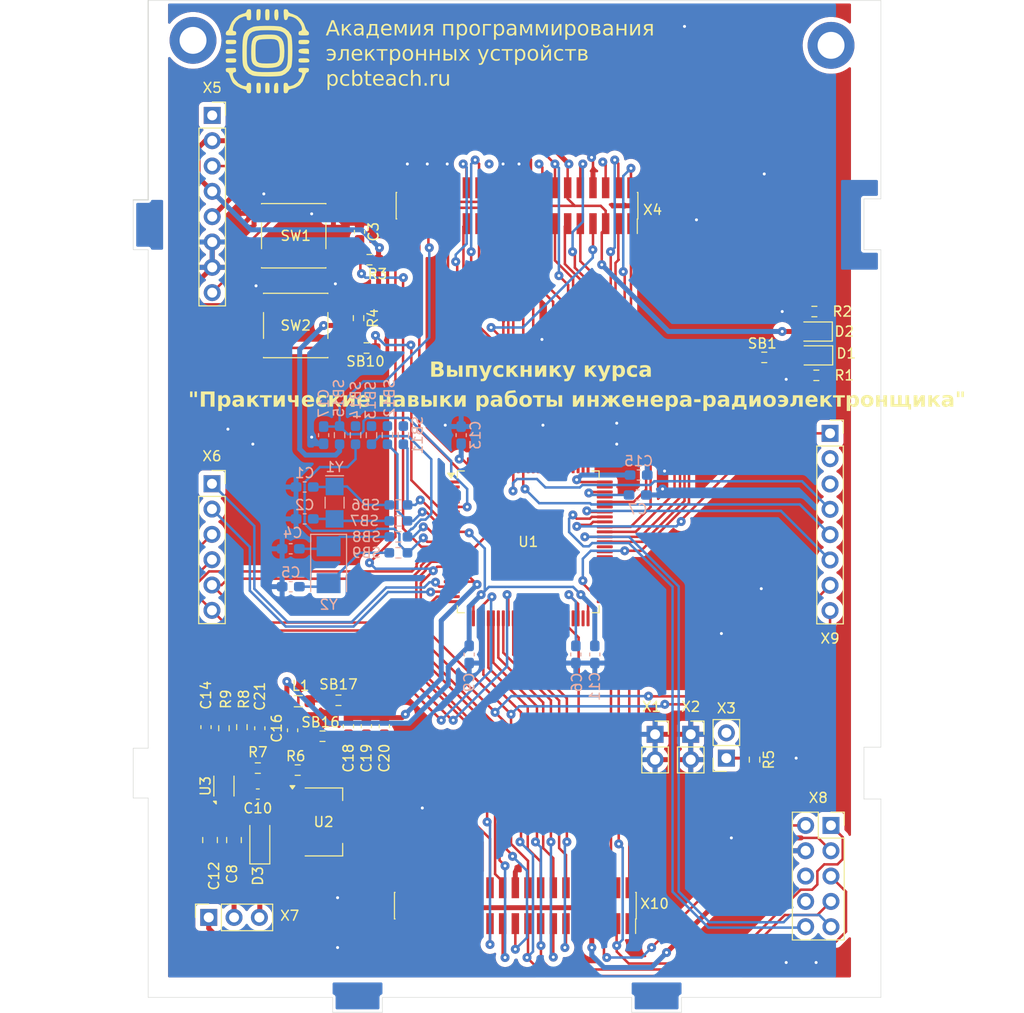
<source format=kicad_pcb>
(kicad_pcb (version 20240108) (generator "pcbnew") (generator_version "8.0")
  (layers (0 "F.Cu" signal) (31 "B.Cu" signal) (34 "B.Paste" user) (35 "F.Paste" user) (36 "B.SilkS" user "B.Silkscreen") (37 "F.SilkS" user "F.Silkscreen") (38 "B.Mask" user) (39 "F.Mask" user) (44 "Edge.Cuts" user))
  (net 0 "")
  (net 1 "Net-(C1-C1)")
  (net 2 "PGND")
  (net 3 "Net-(C2-C1)")
  (net 4 "/nRST")
  (net 5 "Net-(C4-C1)")
  (net 6 "Net-(C5-C1)")
  (net 7 "Net-(C6-C1)")
  (net 8 "Net-(C7-C1)")
  (net 9 "VIN")
  (net 10 "VDD")
  (net 11 "Net-(C10-C1)")
  (net 12 "E5V")
  (net 13 "C5V")
  (net 14 "VBAT")
  (net 15 "VDDA")
  (net 16 "AGND")
  (net 17 "Net-(D1-K)")
  (net 18 "Net-(D1-A)")
  (net 19 "Net-(D2-K)")
  (net 20 "Net-(L1-R2)")
  (net 21 "Net-(R4-R2)")
  (net 22 "BOOT0")
  (net 23 "Net-(R6-R2)")
  (net 24 "Net-(R8-R2)")
  (net 25 "PB13")
  (net 26 "/PC14")
  (net 27 "/PC15")
  (net 28 "/PH0")
  (net 29 "/PH1")
  (net 30 "/PC13")
  (net 31 "Net-(SB11-J2)")
  (net 32 "Net-(SB12-J2)")
  (net 33 "Net-(SB13-J2)")
  (net 34 "Net-(SB14-J2)")
  (net 37 "/PB4")
  (net 38 "/PD7")
  (net 39 "/PA14")
  (net 41 "/PA12")
  (net 42 "/PC2")
  (net 44 "/PC0")
  (net 47 "/PB5")
  (net 51 "/PC5")
  (net 52 "/PB6")
  (net 54 "/PB3")
  (net 55 "/PD5")
  (net 57 "/PB0")
  (net 58 "/PA1")
  (net 59 "/PB7")
  (net 60 "/PC3")
  (net 61 "/PA10")
  (net 62 "/PB12")
  (net 63 "/PB1")
  (net 64 "/PA5")
  (net 68 "/PD2")
  (net 69 "/PD3")
  (net 70 "/PD1")
  (net 71 "/PB2")
  (net 72 "/PB8")
  (net 73 "/PC7")
  (net 74 "/PA15")
  (net 75 "/PA11")
  (net 77 "/PC1")
  (net 78 "/PA0")
  (net 79 "/PB14")
  (net 80 "/PA4")
  (net 81 "/PD4")
  (net 83 "/PA2")
  (net 84 "/PC9")
  (net 85 "/PA8")
  (net 86 "/PD0")
  (net 87 "/PB15")
  (net 90 "/PB9")
  (net 91 "/PC4")
  (net 92 "/PA9")
  (net 93 "/PC11")
  (net 94 "/PC8")
  (net 95 "/PD6")
  (net 96 "/PC6")
  (net 98 "/PB10")
  (net 100 "/PA7")
  (net 102 "/PC12")
  (net 103 "/PB11")
  (net 104 "/PA13")
  (net 106 "/PC10")
  (net 107 "/PA6")
  (net 110 "/PA3")
  (net 113 "U5V")
  (net 114 "Net-(X10-PB9)")
  (footprint "Capacitor_SMD:C_0805_2012Metric_Pad1.18x1.45mm_HandSolder" (layer "F.Cu") (at 130.60659 119.21591 -90)
    (property "Reference" "C8")
    (property "Value" "10uF")
  )
  (footprint "Connector_PinSocket_2.54mm:PinSocket_1x02_P2.54mm_Vertical" (layer "F.Cu") (at 180 111 180)
    (property "Reference" "X3")
    (property "Value" "CONN-02P1L")
  )
  (footprint "Capacitor_SMD:C_0805_2012Metric_Pad1.18x1.45mm_HandSolder" (layer "F.Cu") (at 128.206589 119.21591 -90)
    (property "Reference" "C12")
    (property "Value" "10uF")
  )
  (footprint "Connector_PinSocket_2.54mm:PinSocket_1x06_P2.54mm_Vertical" (layer "F.Cu") (at 128.4 83.475)
    (property "Reference" "X6")
    (property "Value" "CONN-06P1L")
  )
  (footprint "Resistor_SMD:R_0603_1608Metric_Pad0.98x0.95mm_HandSolder" (layer "F.Cu") (at 129.6 108 90)
    (property "Reference" "R9")
    (property "Value" "10.2K")
  )
  (footprint "Package_QFP:LQFP-100_14x14mm_P0.5mm" (layer "F.Cu") (at 160.125 89.3)
    (property "Reference" "U1")
    (property "Value" "STM32H742Vx")
  )
  (footprint "Resistor_SMD:R_0603_1608Metric_Pad0.98x0.95mm_HandSolder" (layer "F.Cu") (at 133 111.999999 180)
    (property "Reference" "R7")
    (property "Value" "360")
  )
  (footprint "Resistor_SMD:R_0603_1608Metric_Pad0.98x0.95mm_HandSolder" (layer "F.Cu") (at 143.105 66.86 -90)
    (property "Reference" "R4")
    (property "Value" "10K")
  )
  (footprint "Diode_SMD:D_SOD-123F" (layer "F.Cu") (at 133.2 119.4 90)
    (property "Reference" "D3")
    (property "Value" "SS24FL")
  )
  (footprint "Package_DFN_QFN:DFN-6-1EP_2x1.8mm_P0.5mm_EP1.2x1.6mm" (layer "F.Cu") (at 129.599999 113.8 90)
    (property "Reference" "U3")
    (property "Value" "LD39050PU")
  )
  (footprint "Resistor_SMD:R_0603_1608Metric_Pad0.98x0.95mm_HandSolder" (layer "F.Cu") (at 141.0875 105.2)
    (property "Reference" "SB17")
    (property "Value" "JUMPER")
  )
  (footprint "Button_Switch_SMD:SW_SPST_PTS645" (layer "F.Cu") (at 136.8 67.6 180)
    (property "Reference" "SW2")
    (property "Value" "BUTTON1")
  )
  (footprint "LOGO" (layer "F.Cu") (at 134 40)
    (property "Reference" "G***" (hide yes))
    (property "Value" "LOGO" (hide yes))
  )
  (footprint "Capacitor_SMD:C_0603_1608Metric_Pad1.08x0.95mm_HandSolder" (layer "F.Cu") (at 136.487499 108.2 -90)
    (property "Reference" "C16")
    (property "Value" "0.1uF")
  )
  (footprint "Capacitor_SMD:C_0603_1608Metric_Pad1.08x0.95mm_HandSolder" (layer "F.Cu") (at 143.2 58.2 90)
    (property "Reference" "C3")
    (property "Value" "10n")
  )
  (footprint "Capacitor_SMD:C_0603_1608Metric_Pad1.08x0.95mm_HandSolder" (layer "F.Cu") (at 133.2 108 90)
    (property "Reference" "C21")
    (property "Value" "0.1uF")
  )
  (footprint "Resistor_SMD:R_0603_1608Metric_Pad0.98x0.95mm_HandSolder" (layer "F.Cu") (at 183.8 70.8 180)
    (property "Reference" "SB1")
    (property "Value" "JUMPER")
  )
  (footprint "Capacitor_SMD:C_0603_1608Metric_Pad1.08x0.95mm_HandSolder" (layer "F.Cu") (at 143.8875 107.8 -90)
    (property "Reference" "C19")
    (property "Value" "10nF")
  )
  (footprint "LED_SMD:LED_0805_2012Metric_Pad1.15x1.40mm_HandSolder" (layer "F.Cu") (at 188.76775 68.205073 180)
    (property "Reference" "D2")
    (property "Value" "LED")
  )
  (footprint "LED_SMD:LED_0805_2012Metric_Pad1.15x1.40mm_HandSolder" (layer "F.Cu") (at 188.8 70.6 180)
    (property "Reference" "D1")
    (property "Value" "LED")
  )
  (footprint "Resistor_SMD:R_0603_1608Metric_Pad0.98x0.95mm_HandSolder" (layer "F.Cu") (at 137 112.2 180)
    (property "Reference" "R6")
    (property "Value" "120")
  )
  (footprint "Connector_PinSocket_1.27mm:PinSocket_2x19_P1.27mm_Vertical_SMD" (layer "F.Cu") (at 158.83 125.8 -90)
    (property "Reference" "X10")
    (property "Value" "ST-MORPHO-CN10")
  )
  (footprint "Capacitor_SMD:C_0603_1608Metric_Pad1.08x0.95mm_HandSolder" (layer "F.Cu") (at 133 114.6 180)
    (property "Reference" "C10")
    (property "Value" "4.7uF")
  )
  (footprint "Connector_PinSocket_2.54mm:PinSocket_2x05_P2.54mm_Vertical" (layer "F.Cu") (at 190.489999 117.749999)
    (property "Reference" "X8")
    (property "Value" "CONN-10P1L")
  )
  (footprint "Inductor_SMD:L_0805_2012Metric_Pad1.05x1.20mm_HandSolder" (layer "F.Cu") (at 137.062499 105.289999)
    (property "Reference" "L1")
    (property "Value" "BEAD")
  )
  (footprint "Package_TO_SOT_SMD:SOT-223" (layer "F.Cu") (at 139.6 117.4)
    (property "Reference" "U2")
    (property "Value" "LM1117")
  )
  (footprint "MountingHole:MountingHole_2.7mm_M2.5_DIN965_Pad_TopBottom" (layer "F.Cu") (at 126.5 39)
    (property "Reference" "REF**" (hide yes))
    (property "Value" "MountingHole_2.7mm_M2.5_DIN965_Pad_TopBottom")
  )
  (footprint "Resistor_SMD:R_0603_1608Metric_Pad0.98x0.95mm_HandSolder" (layer "F.Cu") (at 182.825 111.15 -90)
    (property "Reference" "R5")
    (property "Value" "10K")
  )
  (footprint "Connector_PinSocket_2.54mm:PinSocket_1x08_P2.54mm_Vertical" (layer "F.Cu") (at 190.4 78.42)
    (property "Reference" "X9")
    (property "Value" "CONN-08P1L")
  )
  (footprint "Resistor_SMD:R_0603_1608Metric_Pad0.98x0.95mm_HandSolder" (layer "F.Cu") (at 131.4 107.8875 90)
    (property "Reference" "R8")
    (property "Value" "32.0K")
  )
  (footprint "Connector_PinSocket_1.27mm:PinSocket_2x19_P1.27mm_Vertical_SMD" (layer "F.Cu") (at 159 55.585 -90)
    (property "Reference" "X4")
    (property "Value" "ST-MORPHO-CN7")
  )
  (footprint "Connector_PinSocket_2.54mm:PinSocket_1x02_P2.54mm_Vertical" (layer "F.Cu") (at 172.85 108.61)
    (property "Reference" "X1")
    (property "Value" "CONN-02P1LA")
  )
  (footprint "Connector_PinSocket_2.54mm:PinSocket_1x08_P2.54mm_Vertical" (layer "F.Cu") (at 128.425 46.525)
    (property "Reference" "X5")
    (property "Value" "CONN-08P1L")
  )
  (footprint "Resistor_SMD:R_0603_1608Metric_Pad0.98x0.95mm_HandSolder" (layer "F.Cu") (at 143.905 69.86)
    (property "Reference" "SB10")
    (property "Value" "JUMPER")
  )
  (footprint "Resistor_SMD:R_0603_1608Metric_Pad0.98x0.95mm_HandSolder" (layer "F.Cu") (at 189.024999 72.6 180)
    (property "Reference" "R1")
    (property "Value" "330")
  )
  (footprint "Connector_PinSocket_2.54mm:PinSocket_1x03_P2.54mm_Vertical" (layer "F.Cu") (at 128.075 126.975 90)
    (property "Reference" "X7")
    (property "Value" "CONN-03P1L")
  )
  (footprint "Capacitor_SMD:C_0603_1608Metric_Pad1.08x0.95mm_HandSolder" (layer "F.Cu") (at 127.799999 107.8875 90)
    (property "Reference" "C14")
    (property "Value" "1uF")
  )
  (footprint "Button_Switch_SMD:SW_SPST_PTS645" (layer "F.Cu") (at 136.6 58.6 180)
    (property "Reference" "SW1")
    (property "Value" "BUTTON1")
  )
  (footprint "Capacitor_SMD:C_0603_1608Metric_Pad1.08x0.95mm_HandSolder" (layer "F.Cu") (at 142.0875 107.8 -90)
    (property "Reference" "C18")
    (property "Value" "1uF")
  )
  (footprint "Resistor_SMD:R_0603_1608Metric_Pad0.98x0.95mm_HandSolder" (layer "F.Cu") (at 139.4875 108.8)
    (property "Reference" "SB16")
    (property "Value" "JUMPER")
  )
  (footprint "MountingHole:MountingHole_2.7mm_M2.5_DIN965_Pad_TopBottom" (layer "F.Cu") (at 190.5 39.5)
    (property "Reference" "REF**" (hide yes))
    (property "Value" "MountingHole_2.7mm_M2.5_DIN965_Pad_TopBottom")
  )
  (footprint "Capacitor_SMD:C_0603_1608Metric_Pad1.08x0.95mm_HandSolder" (layer "F.Cu") (at 145.687499 107.799999 -90)
    (property "Reference" "C20")
    (property "Value" "10nF")
  )
  (footprint "Resistor_SMD:R_0603_1608Metric_Pad0.98x0.95mm_HandSolder" (layer "F.Cu") (at 188.824999 66.2 180)
    (property "Reference" "R2")
    (property "Value" "470")
  )
  (footprint "Resistor_SMD:R_0603_1608Metric_Pad0.98x0.95mm_HandSolder" (layer "F.Cu") (at 144.2 61 180)
    (property "Reference" "R3")
    (property "Value" "10K")
  )
  (footprint "Connector_PinSocket_2.54mm:PinSocket_1x02_P2.54mm_Vertical" (layer "F.Cu") (at 176.425 108.61)
    (property "Reference" "X2")
    (property "Value" "CONN-02P1LA")
  )
  (footprint "Capacitor_SMD:C_0603_1608Metric_Pad1.08x0.95mm_HandSolder" (layer "B.Cu") (at 136.3 93.8 180)
    (property "Reference" "C5")
    (property "Value" "20pF")
  )
  (footprint "Resistor_SMD:R_0603_1608Metric_Pad0.98x0.95mm_HandSolder" (layer "B.Cu") (at 147.1 90.4)
    (property "Reference" "SB9")
    (property "Value" "JUMPER")
  )
  (footprint "Capacitor_SMD:C_0603_1608Metric_Pad1.08x0.95mm_HandSolder" (layer "B.Cu") (at 171.1 84.6)
    (property "Reference" "C7")
    (property "Value" "2.2uF")
  )
  (footprint "Crystal:Crystal_SMD_5032-2Pin_5.0x3.2mm" (layer "B.Cu") (at 140.1 91.6 -90)
    (property "Reference" "Y2")
    (property "Value" "8MHz")
  )
  (footprint "Capacitor_SMD:C_0603_1608Metric_Pad1.08x0.95mm_HandSolder" (layer "B.Cu") (at 137.7 83.8 180)
    (property "Reference" "C1")
    (property "Value" "CAPACITOR")
  )
  (footprint "Resistor_SMD:R_0603_1608Metric_Pad0.98x0.95mm_HandSolder" (layer "B.Cu") (at 147.6 78.6 90)
    (property "Reference" "SB11")
    (property "Value" "JUMPER")
  )
  (footprint "Capacitor_SMD:C_0603_1608Metric_Pad1.08x0.95mm_HandSolder" (layer "B.Cu") (at 137.7 87 180)
    (property "Reference" "C2")
    (property "Value" "CAPACITOR")
  )
  (footprint "Resistor_SMD:R_0603_1608Metric_Pad0.98x0.95mm_HandSolder" (layer "B.Cu") (at 147.1 88.8)
    (property "Reference" "SB8")
    (property "Value" "JUMPER")
  )
  (footprint "Capacitor_SMD:C_0603_1608Metric_Pad1.08x0.95mm_HandSolder" (layer "B.Cu") (at 153.4 78.6 90)
    (property "Reference" "C13")
    (property "Value" "0.1uF")
  )
  (footprint "Capacitor_SMD:C_0603_1608Metric_Pad1.08x0.95mm_HandSolder" (layer "B.Cu") (at 164.9 100.6 -90)
    (property "Reference" "C6")
    (property "Value" "2.2uF")
  )
  (footprint "Resistor_SMD:R_0603_1608Metric_Pad0.98x0.95mm_HandSolder" (layer "B.Cu") (at 146 78.6 90)
    (property "Reference" "SB12")
    (property "Value" "JUMPER")
  )
  (footprint "Capacitor_SMD:C_0603_1608Metric_Pad1.08x0.95mm_HandSolder" (layer "B.Cu") (at 136.3 90 180)
    (property "Reference" "C4")
    (property "Value" "20pF")
  )
  (footprint "Resistor_SMD:R_0603_1608Metric_Pad0.98x0.95mm_HandSolder" (layer "B.Cu") (at 147.1 85.6)
    (property "Reference" "SB6")
    (property "Value" "JUMPER")
  )
  (footprint "Resistor_SMD:R_0603_1608Metric_Pad0.98x0.95mm_HandSolder" (layer "B.Cu") (at 141.200001 78.6 90)
    (property "Reference" "SB15")
    (property "Value" "JUMPER")
  )
  (footprint "Resistor_SMD:R_0603_1608Metric_Pad0.98x0.95mm_HandSolder" (layer "B.Cu") (at 142.799999 78.6 90)
    (property "Reference" "SB14")
    (property "Value" "JUMPER")
  )
  (footprint "Capacitor_SMD:C_0603_1608Metric_Pad1.08x0.95mm_HandSolder" (layer "B.Cu") (at 171.2 82.6)
    (property "Reference" "C15")
    (property "Value" "0.1uF")
  )
  (footprint "Capacitor_SMD:C_0603_1608Metric_Pad1.08x0.95mm_HandSolder" (layer "B.Cu") (at 139.6 78.6 -90)
    (property "Reference" "C17")
    (property "Value" "0.1uF")
  )
  (footprint "Resistor_SMD:R_0603_1608Metric_Pad0.98x0.95mm_HandSolder" (layer "B.Cu") (at 147.1 87.2)
    (property "Reference" "SB7")
    (property "Value" "JUMPER")
  )
  (footprint "Capacitor_SMD:C_0603_1608Metric_Pad1.08x0.95mm_HandSolder" (layer "B.Cu") (at 166.8 100.6 -90)
    (property "Reference" "C11")
    (property "Value" "0.1uF")
  )
  (footprint "Crystal:Crystal_SMD_EuroQuartz_EQ161-2Pin_3.2x1.5mm_HandSoldering" (layer "B.Cu") (at 140.7 85.374999 -90)
    (property "Reference" "Y1")
    (property "Value" "32.768K")
  )
  (footprint "Resistor_SMD:R_0603_1608Metric_Pad0.98x0.95mm_HandSolder" (layer "B.Cu") (at 144.4 78.6 90)
    (property "Reference" "SB13")
    (property "Value" "JUMPER")
  )
  (footprint "Capacitor_SMD:C_0603_1608Metric_Pad1.08x0.95mm_HandSolder" (layer "B.Cu") (at 154.2 100.6 -90)
    (property "Reference" "C9")
    (property "Value" "0.1uF")
  )
  (gr_line (start 120.5 110) (end 120.5 115) (stroke (width 0.05)) (layer "Edge.Cuts"))
  (gr_line (start 195.5 115.1) (end 193.8 115.1) (stroke (width 0.05)) (layer "Edge.Cuts"))
  (gr_line (start 195.5 60) (end 193.8 60) (stroke (width 0.05)) (layer "Edge.Cuts"))
  (gr_line (start 195.5 54.9) (end 195.5 35) (stroke (width 0.05)) (layer "Edge.Cuts"))
  (gr_line (start 195.5 135) (end 175.5 135) (stroke (width 0.05)) (layer "Edge.Cuts"))
  (gr_line (start 120.5 55) (end 122 55) (stroke (width 0.1)) (layer "Edge.Cuts"))
  (gr_line (start 175.5 136.5) (end 170.5 136.5) (stroke (width 0.05)) (layer "Edge.Cuts"))
  (gr_line (start 193.8 109.9) (end 195.5 109.9) (stroke (width 0.05)) (layer "Edge.Cuts"))
  (gr_line (start 170.5 135) (end 145.5 135) (stroke (width 0.05)) (layer "Edge.Cuts"))
  (gr_line (start 140.5 135) (end 140.5 136.5) (stroke (width 0.05)) (layer "Edge.Cuts"))
  (gr_line (start 122 135) (end 140.5 135) (stroke (width 0.05)) (layer "Edge.Cuts"))
  (gr_line (start 120.5 110) (end 122 110) (stroke (width 0.05)) (layer "Edge.Cuts"))
  (gr_line (start 140.5 136.5) (end 145.5 136.5) (stroke (width 0.05)) (layer "Edge.Cuts"))
  (gr_line (start 122 60) (end 122 110) (stroke (width 0.05)) (layer "Edge.Cuts"))
  (gr_line (start 193.8 115.1) (end 193.8 109.9) (stroke (width 0.05)) (layer "Edge.Cuts"))
  (gr_line (start 120.5 55) (end 120.5 60) (stroke (width 0.05)) (layer "Edge.Cuts"))
  (gr_line (start 195.5 35) (end 122 35) (stroke (width 0.05)) (layer "Edge.Cuts"))
  (gr_line (start 120.5 60) (end 122 60) (stroke (width 0.05)) (layer "Edge.Cuts"))
  (gr_line (start 195.5 109.9) (end 195.5 60) (stroke (width 0.05)) (layer "Edge.Cuts"))
  (gr_line (start 175.5 135) (end 175.5 136.5) (stroke (width 0.05)) (layer "Edge.Cuts"))
  (gr_line (start 122 55) (end 122 35) (stroke (width 0.1)) (layer "Edge.Cuts"))
  (gr_line (start 145.5 135) (end 145.5 136.5) (stroke (width 0.05)) (layer "Edge.Cuts"))
  (gr_line (start 122 115) (end 120.5 115) (stroke (width 0.05)) (layer "Edge.Cuts"))
  (gr_line (start 195.5 54.9) (end 193.8 54.9) (stroke (width 0.05)) (layer "Edge.Cuts"))
  (gr_line (start 170.5 136.5) (end 170.5 135) (stroke (width 0.05)) (layer "Edge.Cuts"))
  (gr_line (start 193.8 60) (end 193.8 54.9) (stroke (width 0.05)) (layer "Edge.Cuts"))
  (gr_line (start 122 115) (end 122 135) (stroke (width 0.05)) (layer "Edge.Cuts"))
  (gr_line (start 195.5 135) (end 195.5 115.1) (stroke (width 0.05)) (layer "Edge.Cuts"))
  (gr_text "Выпускнику курса" (at 150.2 73 0) (layer "F.SilkS") (effects (font (size 1.5 1.5) (thickness 0.3) (bold yes) (italic yes)) (justify left bottom)))
  (gr_text "{dblquote}Практические навыки работы инженера-радиоэлектронщика{dblquote}" (at 126 76 0) (layer "F.SilkS") (effects (font (size 1.5 1.5) (thickness 0.3) (bold yes) (italic yes)) (justify left bottom)))
  (gr_text "Академия программирования \nэлектронных устройств\npcbteach.ru" (at 139.8 43.8 0) (layer "F.SilkS") (effects (font (size 1.5 1.5) (thickness 0.1)) (justify left bottom)))
  (segment (start 143.8 85.6) (end 146.1875 85.6) (width 0.25) (layer "B.Cu") (net 1))
  (segment (start 138.562501 83.8) (end 140.649998 83.8) (width 0.25) (layer "B.Cu") (net 1))
  (segment (start 140.7 83.749998) (end 141.949998 83.749998) (width 0.25) (layer "B.Cu") (net 1))
  (segment (start 140.649998 83.8) (end 140.7 83.749998) (width 0.25) (layer "B.Cu") (net 1))
  (segment (start 141.949998 83.749998) (end 143.8 85.6) (width 0.25) (layer "B.Cu") (net 1))
  (segment (start 128.425 61.765) (end 126.6 63.59) (width 0.5) (layer "F.Cu") (net 2))
  (segment (start 127.799999 107.024999) (end 129.537499 107.024999) (width 0.5) (layer "F.Cu") (net 2))
  (segment (start 126.6 65.2) (end 127.005 65.605) (width 0.5) (layer "F.Cu") (net 2))
  (segment (start 130.137499 116.6) (end 132.137499 114.6) (width 0.5) (layer "F.Cu") (net 2))
  (segment (start 141.567499 57.337499) (end 140.58 56.35) (width 0.5) (layer "F.Cu") (net 2))
  (segment (start 138.575 108.8) (end 136.75 108.8) (width 0.5) (layer "F.Cu") (net 2))
  (segment (start 127.005 65.605) (end 132.565 65.605) (width 0.5) (layer "F.Cu") (net 2))
  (segment (start 140.78 65.35) (end 140.78 63.42) (width 0.5) (layer "F.Cu") (net 2))
  (segment (start 138.45 56.35) (end 138.4 56.4) (width 0.5) (layer "F.Cu") (net 2))
  (segment (start 159 57.385) (end 159 53.785) (width 0.25) (layer "F.Cu") (net 2))
  (segment (start 127 117.575621) (end 127.975621 116.6) (width 0.5) (layer "F.Cu") (net 2))
  (segment (start 186 73) (end 187.712499 73) (width 0.5) (layer "F.Cu") (net 2))
  (segment (start 132.0875 110.7125) (end 132.0875 111.999999) (width 0.5) (layer "F.Cu") (net 2))
  (segment (start 128.206589 120.25341) (end 127 119.046821) (width 0.5) (layer "F.Cu") (net 2))
  (segment (start 129.745 59.225) (end 132.62 56.35) (width 0.5) (layer "F.Cu") (net 2))
  (segment (start 128.425 61.765) (end 128.425 59.225) (width 0.5) (layer "F.Cu") (net 2))
  (segment (start 128.206589 120.25341) (end 130.60659 120.25341) (width 0.5) (layer "F.Cu") (net 2))
  (segment (start 132.82 65.35) (end 140.78 65.35) (width 0.5) (layer "F.Cu") (net 2))
  (segment (start 132.62 55.38) (end 133.6 54.4) (width 0.5) (layer "F.Cu") (net 2))
  (segment (start 135.15 110.4) (end 132.4 110.4) (width 0.5) (layer "F.Cu") (net 2))
  (segment (start 132.137499 112.049998) (end 132.0875 111.999999) (width 0.5) (layer "F.Cu") (net 2))
  (segment (start 131.662501 105.6) (end 133.2 107.137499) (width 0.5) (layer "F.Cu") (net 2))
  (segment (start 187.912499 66.2) (end 185.6 66.2) (width 0.5) (layer "F.Cu") (net 2))
  (segment (start 136.75 108.8) (end 136.487499 109.062501) (width 0.5) (layer "F.Cu") (net 2))
  (segment (start 140.8 63.4) (end 140.78 63.42) (width 0.5) (layer "F.Cu") (net 2))
  (segment (start 143.2 57.337499) (end 141.567499 57.337499) (width 0.5) (layer "F.Cu") (net 2))
  (segment (start 127 119.046821) (end 127 117.575621) (width 0.5) (layer "F.Cu") (net 2))
  (segment (start 132.82 65.35) (end 132.82 63.62) (width 0.5) (layer "F.Cu") (net 2))
  (segment (start 159 53.785) (end 157.73 53.785) (width 0.25) (layer "F.Cu") (net 2))
  (segment (start 140.58 56.35) (end 138.45 56.35) (width 0.5) (layer "F.Cu") (net 2))
  (segment (start 132.565 65.605) (end 132.82 65.35) (width 0.5) (layer "F.Cu") (net 2))
  (segment (start 166.460002 50.739998) (end 166.480002 50.739998) (width 0.25) (layer "F.Cu") (net 2))
  (segment (start 129.6 107.0875) (end 131.0875 105.6) (width 0.5) (layer "F.Cu") (net 2))
  (segment (start 132.62 56.35) (end 132.62 55.38) (width 0.5) (layer "F.Cu") (net 2))
  (segment (start 147.57 53.785) (end 152.65 53.785) (width 0.25) (layer "F.Cu") (net 2))
  (segment (start 166.4 50.8) (end 166.460002 50.739998) (width 0.25) (layer "F.Cu") (net 2))
  (segment (start 166.62 53.785) (end 166.62 51.02) (width 0.25) (layer "F.Cu") (net 2))
  (segment (start 127.975621 116.6) (end 129.6 116.6) (width 0.5) (layer "F.Cu") (net 2))
  (segment (start 129.599999 114.875) (end 129.6 116.6) (width 0.25) (layer "F.Cu") (net 2))
  (segment (start 129.537499 107.024999) (end 129.6 107.0875) (width 0.5) (layer "F.Cu") (net 2))
  (segment (start 129.6 116.6) (end 130.137499 116.6) (width 0.5) (layer "F.Cu") (net 2))
  (segment (start 126.6 63.59) (end 126.6 65.2) (width 0.5) (layer "F.Cu") (net 2))
  (segment (start 128.425 59.225) (end 129.745 59.225) (width 0.5) (layer "F.Cu") (net 2))
  (segment (start 131.0875 105.6) (end 131.662501 105.6) (width 0.5) (layer "F.Cu") (net 2))
  (segment (start 187.712499 73) (end 188.112499 72.6) (width 0.5) (layer "F.Cu") (net 2))
  (segment (start 132.4 110.4) (end 132.0875 110.7125) (width 0.5) (layer "F.Cu") (net 2))
  (segment (start 136.487499 109.062501) (end 135.15 110.4) (width 0.5) (layer "F.Cu") (net 2))
  (segment (start 166.62 51.02) (end 166.4 50.8) (width 0.25) (layer "F.Cu") (net 2))
  (segment (start 132.8 63.6) (end 132.82 63.62) (width 0.5) (layer "F.Cu") (net 2))
  (segment (start 132.137499 114.6) (end 132.137499 112.049998) (width 0.5) (layer "F.Cu") (net 2))
  (via (at 161.6 77.6) (size 0.9) (drill 0.3) (layers "F.Cu" "B.Cu") (net 2))
  (via (at 151.8 77.6) (size 0.9) (drill 0.3) (layers "F.Cu" "B.Cu") (net 2))
  (via (at 152 51.4) (size 0.9) (drill 0.3) (layers "F.Cu" "B.Cu") (net 2))
  (via (at 166.480002 50.739998) (size 0.9) (drill 0.3) (layers "F.Cu" "B.Cu") (net 2))
  (via (at 189 131.5) (size 0.9) (drill 0.3) (layers "F.Cu" "B.Cu") (net 2))
  (via (at 169 77.4) (size 0.9) (drill 0.3) (layers "F.Cu" "B.Cu") (net 2))
  (via (at 169 79.5) (size 0.9) (drill 0.3) (layers "F.Cu" "B.Cu") (net 2))
  (via (at 157.6 51.4) (size 0.9) (drill 0.3) (layers "F.Cu" "B.Cu") (net 2))
  (via (at 150 51.4) (size 0.9) (drill 0.3) (layers "F.Cu" "B.Cu") (net 2))
  (via (at 183.8 52.4) (size 0.9) (drill 0.3) (layers "F.Cu" "B.Cu") (net 2))
  (via (at 159.2 51.4) (size 0.9) (drill 0.3) (layers "F.Cu" "B.Cu") (net 2))
  (via (at 141 125) (size 0.9) (drill 0.3) (layers "F.Cu" "B.Cu") (net 2))
  (via (at 133.6 54.4) (size 0.9) (drill 0.3) (layers "F.Cu" "B.Cu") (net 2))
  (via (at 173.8 82.2) (size 0.9) (drill 0.3) (layers "F.Cu" "B.Cu") (net 2))
  (via (at 183.5 94) (size 0.9) (drill 0.3) (layers "F.Cu" "B.Cu") (net 2))
  (via (at 140.78 63.42) (size 0.9) (drill 0.3) (layers "F.Cu" "B.Cu") (net 2))
  (via (at 186 73) (size 0.9) (drill 0.3) (layers "F.Cu" "B.Cu") (net 2))
  (via (at 132.5 79.5) (size 0.9) (drill 0.3) (layers "F.Cu" "B.Cu") (net 2))
  (via (at 161.5 69) (size 0.9) (drill 0.3) (layers "F.Cu" "B.Cu") (net 2))
  (via (at 179.5 98.5) (size 0.9) (drill 0.3) (layers "F.Cu" "B.Cu") (net 2))
  (via (at 132.82 63.62) (size 0.9) (drill 0.3) (layers "F.Cu" "B.Cu") (net 2))
  (via (at 148 51.4) (size 0.9) (drill 0.3) (layers "F.Cu" "B.Cu") (net 2))
  (via (at 141 130) (size 0.9) (drill 0.3) (layers "F.Cu" "B.Cu") (net 2))
  (via (at 175.8 37.6) (size 0.9) (drill 0.3) (layers "F.Cu" "B.Cu") (net 2))
  (via (at 173.6 84) (size 0.9) (drill 0.3) (layers "F.Cu" "B.Cu") (net 2))
  (via (at 177 57) (size 0.9) (drill 0.3) (layers "F.Cu" "B.Cu") (net 2))
  (via (at 185.6 66.2) (size 0.9) (drill 0.3) (layers "F.Cu" "B.Cu") (net 2))
  (via (at 138.4 56.4) (size 0.9) (drill 0.3) (layers "F.Cu" "B.Cu") (net 2))
  (via (at 187 111) (size 0.9) (drill 0.3) (layers "F.Cu" "B.Cu") (net 2))
  (via (at 180.5 119) (size 0.9) (drill 0.3) (layers "F.Cu" "B.Cu") (net 2))
  (via (at 149.5 116) (size 0.9) (drill 0.3) (layers "F.Cu" "B.Cu") (net 2))
  (via (at 186 131.5) (size 0.9) (drill 0.3) (layers "F.Cu" "B.Cu") (net 2))
  (via (at 130 78) (size 0.9) (drill 0.3) (layers "F.Cu" "B.Cu") (net 2))
  (via (at 138.4 78.8) (size 0.9) (drill 0.3) (layers "F.Cu" "B.Cu") (net 2))
  (segment (start 139.6 79.462501) (end 139.062501 79.462501) (width 0.5) (layer "B.Cu") (net 2))
  (segment (start 151.937499 77.737499) (end 151.8 77.6) (width 0.5) (layer "B.Cu") (net 2))
  (segment (start 153.4 77.737499) (end 151.937499 77.737499) (width 0.5) (layer "B.Cu") (net 2))
  (segment (start 139.062501 79.462501) (end 138.4 78.8) (width 0.5) (layer "B.Cu") (net 2))
  (segment (start 141 87) (end 141.2 87.2) (width 0.25) (layer "B.Cu") (net 3))
  (segment (start 140.7 87) (end 141 87) (width 0.25) (layer "B.Cu") (net 3))
  (segment (start 138.562501 87) (end 140.7 87) (width 0.25) (layer "B.Cu") (net 3))
  (segment (start 141.2 87.2) (end 146.1875 87.2) (width 0.25) (layer "B.Cu") (net 3))
  (segment (start 143.2875 62.2875) (end 143.4 62.4) (width 0.25) (layer "F.Cu") (net 4))
  (segment (start 140.58 60.85) (end 143.1375 60.85) (width 0.25) (layer "F.Cu") (net 4))
  (segment (start 149.403981 89.8) (end 147.569246 87.965265) (width 0.25) (layer "F.Cu") (net 4))
  (segment (start 147.569246 62.830754) (end 147.6 62.8) (width 0.25) (layer "F.Cu") (net 4))
  (segment (start 143.2875 59.150001) (end 143.2 59.062501) (width 0.25) (layer "F.Cu") (net 4))
  (segment (start 143.2875 61) (end 143.2875 62.2875) (width 0.25) (layer "F.Cu") (net 4))
  (segment (start 143.1375 60.85) (end 143.2875 61) (width 0.25) (layer "F.Cu") (net 4))
  (segment (start 132.62 60.85) (end 140.58 60.85) (width 0.25) (layer "F.Cu") (net 4))
  (segment (start 147.569246 87.965265) (end 147.569246 62.830754) (width 0.25) (layer "F.Cu") (net 4))
  (segment (start 152.45 89.8) (end 149.403981 89.8) (width 0.25) (layer "F.Cu") (net 4))
  (segment (start 143.2875 61) (end 143.2875 59.150001) (width 0.25) (layer "F.Cu") (net 4))
  (via (at 143.4 62.4) (size 0.9) (drill 0.3) (layers "F.Cu" "B.Cu") (net 4))
  (via (at 147.6 62.8) (size 0.9) (drill 0.3) (layers "F.Cu" "B.Cu") (net 4))
  (segment (start 143.4 62.4) (end 143.8 62.8) (width 0.25) (layer "B.Cu") (net 4))
  (segment (start 143.8 62.8) (end 147.6 62.8) (width 0.25) (layer "B.Cu") (net 4))
  (segment (start 140.250001 89.749999) (end 141.2 88.8) (width 0.25) (layer "B.Cu") (net 5))
  (segment (start 139.849999 90) (end 140.1 89.749999) (width 0.25) (layer "B.Cu") (net 5))
  (segment (start 141.2 88.8) (end 146.1875 88.8) (width 0.25) (layer "B.Cu") (net 5))
  (segment (start 137.162501 90) (end 139.849999 90) (width 0.25) (layer "B.Cu") (net 5))
  (segment (start 140.1 89.749999) (end 140.250001 89.749999) (width 0.25) (layer "B.Cu") (net 5))
  (segment (start 137.162501 93.8) (end 139.750001 93.8) (width 0.25) (layer "B.Cu") (net 6))
  (segment (start 140.149999 93.450001) (end 143.2 90.4) (width 0.25) (layer "B.Cu") (net 6))
  (segment (start 139.750001 93.8) (end 140.1 93.450001) (width 0.25) (layer "B.Cu") (net 6))
  (segment (start 143.2 90.4) (end 146.1875 90.4) (width 0.25) (layer "B.Cu") (net 6))
  (segment (start 140.1 93.450001) (end 140.149999 93.450001) (width 0.25) (layer "B.Cu") (net 6))
  (segment (start 165.124999 96.975) (end 165.124999 95.524999) (width 0.25) (layer "F.Cu") (net 7))
  (segment (start 165.124999 95.524999) (end 164.2 94.6) (width 0.25) (layer "F.Cu") (net 7))
  (via (at 164.2 94.6) (size 0.9) (drill 0.3) (layers "F.Cu" "B.Cu") (net 7))
  (segment (start 164.9 95.3) (end 164.2 94.6) (width 0.25) (layer "B.Cu") (net 7))
  (segment (start 164.9 99.737499) (end 164.9 95.3) (width 0.25) (layer "B.Cu") (net 7))
  (segment (start 166.299999 84.300001) (end 166.2 84.4) (width 0.25) (layer "F.Cu") (net 8))
  (segment (start 167.8 84.300001) (end 166.299999 84.300001) (width 0.25) (layer "F.Cu") (net 8))
  (via (at 166.2 84.4) (size 0.9) (drill 0.3) (layers "F.Cu" "B.Cu") (net 8))
  (segment (start 166.4 84.6) (end 166.2 84.4) (width 0.25) (layer "B.Cu") (net 8))
  (segment (start 170.237499 84.6) (end 166.4 84.6) (width 0.25) (layer "B.Cu") (net 8))
  (segment (start 130.60659 118.17841) (end 131.17841 118.17841) (width 0.25) (layer "F.Cu") (net 9))
  (segment (start 156.46 54.54) (end 156.46 53.785) (width 0.25) (layer "F.Cu") (net 9))
  (segment (start 131.875001 118.875001) (end 135.625001 118.875001) (width 0.25) (layer "F.Cu") (net 9))
  (segment (start 131.52 61.21) (end 131.52 59.875) (width 0.25) (layer "F.Cu") (net 9))
  (segment (start 131.52 59.875) (end 136.195 55.2) (width 0.25) (layer "F.Cu") (net 9))
  (segment (start 131.17841 118.17841) (end 131.875001 118.875001) (width 0.25) (layer "F.Cu") (net 9))
  (segment (start 128.425 64.305) (end 131.52 61.21) (width 0.25) (layer "F.Cu") (net 9))
  (segment (start 135.625001 118.875001) (end 136.45 119.7) (width 0.25) (layer "F.Cu") (net 9))
  (segment (start 155.8 55.2) (end 156.46 54.54) (width 0.25) (layer "F.Cu") (net 9))
  (segment (start 136.195 55.2) (end 155.8 55.2) (width 0.25) (layer "F.Cu") (net 9))
  (via (at 156.2 51.4) (size 0.9) (drill 0.3) (layers "F.Cu" "B.Cu") (net 9))
  (segment (start 133.2 108.862501) (end 134.962497 108.862501) (width 0.5) (layer "F.Cu") (net 10))
  (segment (start 166.125 96.975) (end 166.125 95.325) (width 0.25) (layer "F.Cu") (net 10))
  (segment (start 135.912499 105.289999) (end 135.912499 103.312499) (width 0.5) (layer "F.Cu") (net 10))
  (segment (start 164.08 51.52) (end 164.2 51.4) (width 0.25) (layer "F.Cu") (net 10))
  (segment (start 164.08 54.88) (end 164.08 53.785) (width 0.25) (layer "F.Cu") (net 10))
  (segment (start 161.54 55.14) (end 162 55.6) (width 0.25) (layer "F.Cu") (net 10))
  (segment (start 167.89 57.89) (end 167.5 58.28) (width 0.25) (layer "F.Cu") (net 10))
  (segment (start 166.125 95.325) (end 165.4 94.6) (width 0.25) (layer "F.Cu") (net 10))
  (segment (start 164.982664 83.07223) (end 165.210434 83.3) (width 0.25) (layer "F.Cu") (net 10))
  (segment (start 185.605073 68.205073) (end 185.6 68.2) (width 0.5) (layer "F.Cu") (net 10))
  (segment (start 135.912499 105.289999) (end 135.912499 106.762499) (width 0.5) (layer "F.Cu") (net 10))
  (segment (start 127 49.8) (end 127 52.72) (width 0.5) (layer "F.Cu") (net 10))
  (segment (start 167.89 57.385) (end 167.89 57.89) (width 0.25) (layer "F.Cu") (net 10))
  (segment (start 164.08 53.785) (end 164.08 51.52) (width 0.25) (layer "F.Cu") (net 10))
  (segment (start 164.8 55.6) (end 164.08 54.88) (width 0.25) (layer "F.Cu") (net 10))
  (segment (start 161.54 53.785) (end 161.54 55.14) (width 0.25) (layer "F.Cu") (net 10))
  (segment (start 143.105 65.9475) (end 141.4525 67.6) (width 0.5) (layer "F.Cu") (net 10))
  (segment (start 161.54 51.74) (end 161.2 51.4) (width 0.25) (layer "F.Cu") (net 10))
  (segment (start 131.135 49.065) (end 132 48.2) (width 0.5) (layer "F.Cu") (net 10))
  (segment (start 135.912499 106.762499) (end 136.487499 107.337499) (width 0.5) (layer "F.Cu") (net 10))
  (segment (start 145.1125 59.8875) (end 145.2 59.8) (width 0.5) (layer "F.Cu") (net 10))
  (segment (start 127.735 49.065) (end 127 49.8) (width 0.5) (layer "F.Cu") (net 10))
  (segment (start 167.5 58.28) (end 167.5 61.5) (width 0.25) (layer "F.Cu") (net 10))
  (segment (start 134.962497 108.862501) (end 136.487499 107.337499) (width 0.5) (layer "F.Cu") (net 10))
  (segment (start 143.105 65.9475) (end 145.1125 63.94) (width 0.5) (layer "F.Cu") (net 10))
  (segment (start 187.742751 68.205073) (end 185.605073 68.205073) (width 0.5) (layer "F.Cu") (net 10))
  (segment (start 167.89 57.385) (end 167.89 56.09) (width 0.25) (layer "F.Cu") (net 10))
  (segment (start 162 55.6) (end 164.8 55.6) (width 0.25) (layer "F.Cu") (net 10))
  (segment (start 153.5 81) (end 153.2 81) (width 0.25) (layer "F.Cu") (net 10))
  (segment (start 154.1 88.3) (end 154.2 88.4) (width 0.25) (layer "F.Cu") (net 10))
  (segment (start 127 52.72) (end 128.425 54.145) (width 0.5) (layer "F.Cu") (net 10))
  (segment (start 145.1125 63.94) (end 145.1125 61) (width 0.5) (layer "F.Cu") (net 10))
  (segment (start 161 48.2) (end 164.2 51.4) (width 0.5) (layer "F.Cu") (net 10))
  (segment (start 167.89 56.09) (end 167.4 55.6) (width 0.25) (layer "F.Cu") (net 10))
  (segment (start 128.425 49.065) (end 131.135 49.065) (width 0.5) (layer "F.Cu") (net 10))
  (segment (start 161.54 53.785) (end 161.54 51.74) (width 0.25) (layer "F.Cu") (net 10))
  (segment (start 141.4525 67.6) (end 139.6 67.6) (width 0.5) (layer "F.Cu") (net 10))
  (segment (start 128.425 49.065) (end 127.735 49.065) (width 0.5) (layer "F.Cu") (net 10))
  (segment (start 131.4 108.8) (end 133.137499 108.8) (width 0.5) (layer "F.Cu") (net 10))
  (segment (start 154.125 81.625) (end 153.5 81) (width 0.25) (layer "F.Cu") (net 10))
  (segment (start 165.210434 83.3) (end 167.8 83.3) (width 0.25) (layer "F.Cu") (net 10))
  (segment (start 131.4 108.8) (end 130.199999 110.000001) (width 0.5) (layer "F.Cu") (net 10))
  (segment (start 145.1125 61) (end 145.1125 59.8875) (width 0.5) (layer "F.Cu") (net 10))
  (segment (start 135.8 103.2) (end 135.912499 103.312499) (width 0.5) (layer "F.Cu") (net 10))
  (segment (start 130.199999 110.000001) (end 130.199999 112.625) (width 0.5) (layer "F.Cu") (net 10))
  (segment (start 167.4 55.6) (end 164.8 55.6) (width 0.25) (layer "F.Cu") (net 10))
  (segment (start 133.137499 108.8) (end 133.2 108.862501) (width 0.5) (layer "F.Cu") (net 10))
  (segment (start 154.625 96.975) (end 154.625 95.375) (width 0.25) (layer "F.Cu") (net 10))
  (segment (start 154.625 95.375) (end 155.4 94.6) (width 0.25) (layer "F.Cu") (net 10))
  (segment (start 152.45 88.3) (end 154.1 88.3) (width 0.25) (layer "F.Cu") (net 10))
  (segment (start 132 48.2) (end 161 48.2) (width 0.5) (layer "F.Cu") (net 10))
  (via (at 161.2 51.4) (size 0.9) (drill 0.3) (layers "F.Cu" "B.Cu") (net 10))
  (via (at 153.2 81) (size 0.9) (drill 0.3) (layers "F.Cu" "B.Cu") (net 10))
  (via (at 164.2 51.4) (size 0.9) (drill 0.3) (layers "F.Cu" "B.Cu") (net 10))
  (via (at 135.912499 103.312499) (size 0.9) (drill 0.3) (layers "F.Cu" "B.Cu") (net 10))
  (via (at 145.2 59.8) (size 0.9) (drill 0.3) (layers "F.Cu" "B.Cu") (net 10))
  (via (at 164.982664 83.07223) (size 0.9) (drill 0.3) (layers "F.Cu" "B.Cu") (net 10))
  (via (at 139.6 67.6) (size 0.9) (drill 0.3) (layers "F.Cu" "B.Cu") (net 10))
  (via (at 185.6 68.2) (size 0.9) (drill 0.3) (layers "F.Cu" "B.Cu") (net 10))
  (via (at 155.4 94.6) (size 0.9) (drill 0.3) (layers "F.Cu" "B.Cu") (net 10))
  (via (at 154.2 88.4) (size 0.9) (drill 0.3) (layers "F.Cu" "B.Cu") (net 10))
  (via (at 165.4 94.6) (size 0.9) (drill 0.3) (layers "F.Cu" "B.Cu") (net 10))
  (via (at 167.5 61.5) (size 0.9) (drill 0.3) (layers "F.Cu" "B.Cu") (net 10))
  (segment (start 154.2 99.737499) (end 152.1 101.837499) (width 0.5) (layer "B.Cu") (net 10))
  (segment (start 156.175 93.825) (end 164.625 93.825) (width 0.25) (layer "B.Cu") (net 10))
  (segment (start 155.4 94.6) (end 156.175 93.825) (width 0.25) (layer "B.Cu") (net 10))
  (segment (start 153.4 79.462501) (end 153.4 80.8) (width 0.5) (layer "B.Cu") (net 10))
  (segment (start 132.28 58) (end 128.425 54.145) (width 0.5) (layer "B.Cu") (net 10))
  (segment (start 137.8 80.6) (end 140.8 80.6) (width 0.5) (layer "B.Cu") (net 10))
  (segment (start 154.2 88.4) (end 155.766469 89.966469) (width 0.25) (layer "B.Cu") (net 10))
  (segment (start 140.1 107.5) (end 135.912499 103.312499) (width 0.5) (layer "B.Cu") (net 10))
  (segment (start 174.2 68.2) (end 167.5 61.5) (width 0.5) (layer "B.Cu") (net 10))
  (segment (start 166.8 96) (end 165.4 94.6) (width 0.5) (layer "B.Cu") (net 10))
  (segment (start 155.766469 94.233531) (end 155.4 94.6) (width 0.25) (layer "B.Cu") (net 10))
  (segment (start 185.6 68.2) (end 174.2 68.2) (width 0.5) (layer "B.Cu") (net 10))
  (segment (start 137.2 80) (end 137.8 80.6) (width 0.5) (layer "B.Cu") (net 10))
  (segment (start 139.6 67.6) (end 137.2 70) (width 0.5) (layer "B.Cu") (net 10))
  (segment (start 153.4 80.8) (end 153.2 81) (width 0.5) (layer "B.Cu") (net 10))
  (segment (start 154.2 95.8) (end 155.4 94.6) (width 0.5) (layer "B.Cu") (net 10))
  (segment (start 140.8 80.6) (end 141.200001 80.199999) (width 0.5) (layer "B.Cu") (net 10))
  (segment (start 166.8 99.737499) (end 166.8 96) (width 0.5) (layer "B.Cu") (net 10))
  (segment (start 152.1 103.572793) (end 148.172793 107.5) (width 0.5) (layer "B.Cu") (net 10))
  (segment (start 137.2 70) (end 137.2 80) (width 0.5) (layer "B.Cu") (net 10))
  (segment (start 164.625 93.825) (end 165.4 94.6) (width 0.25) (layer "B.Cu") (net 10))
  (segment (start 165.454894 82.6) (end 170.337499 82.6) (width 0.5) (layer "B.Cu") (net 10))
  (segment (start 143.4 58) (end 132.28 58) (width 0.5) (layer "B.Cu") (net 10))
  (segment (start 141.200001 80.199999) (end 141.200001 79.5125) (width 0.5) (layer "B.Cu") (net 10))
  (segment (start 164.982664 83.07223) (end 165.454894 82.6) (width 0.5) (layer "B.Cu") (net 10))
  (segment (start 148.172793 107.5) (end 140.1 107.5) (width 0.5) (layer "B.Cu") (net 10))
  (segment (start 154.2 99.737499) (end 154.2 95.8) (width 0.5) (layer "B.Cu") (net 10))
  (segment (start 145.2 59.8) (end 143.4 58) (width 0.5) (layer "B.Cu") (net 10))
  (segment (start 152.1 101.837499) (end 152.1 103.572793) (width 0.5) (layer "B.Cu") (net 10))
  (segment (start 155.766469 89.966469) (end 155.766469 94.233531) (width 0.25) (layer "B.Cu") (net 10))
  (segment (start 135.85 118.000001) (end 136.450001 117.4) (width 0.25) (layer "F.Cu") (net 11))
  (segment (start 133.2 118.000001) (end 135.85 118.000001) (width 0.25) (layer "F.Cu") (net 11))
  (segment (start 133.862501 114.6) (end 133.862501 114.537499) (width 0.25) (layer "F.Cu") (net 11))
  (segment (start 136.450001 117.4) (end 137.6 117.4) (width 0.25) (layer "F.Cu") (net 11))
  (segment (start 133.862501 114.6) (end 133.862501 117.3375) (width 0.25) (layer "F.Cu") (net 11))
  (segment (start 133.862501 117.3375) (end 133.2 118.000001) (width 0.25) (layer "F.Cu") (net 11))
  (segment (start 137.9125 117.0875) (end 137.9125 112.2) (width 0.25) (layer "F.Cu") (net 11))
  (segment (start 137.6 117.4) (end 137.9125 117.0875) (width 0.25) (layer "F.Cu") (net 11))
  (segment (start 133.2 126.929999) (end 133.154999 126.975) (width 0.5) (layer "F.Cu") (net 12))
  (segment (start 133.2 120.799999) (end 133.2 126.929999) (width 0.5) (layer "F.Cu") (net 12))
  (segment (start 131.612559 119.450001) (end 131.378468 119.21591) (width 0.5) (layer "F.Cu") (net 12))
  (segment (start 167.89 51.49) (end 167.6 51.2) (width 0.25) (layer "F.Cu") (net 12))
  (segment (start 131.378468 119.21591) (end 129.244089 119.21591) (width 0.5) (layer "F.Cu") (net 12))
  (segment (start 129.244089 119.21591) (end 128.206589 118.17841) (width 0.5) (layer "F.Cu") (net 12))
  (segment (start 131.650001 119.450001) (end 131.612559 119.450001) (width 0.5) (layer "F.Cu") (net 12))
  (segment (start 167.89 53.785) (end 167.89 51.49) (width 0.25) (layer "F.Cu") (net 12))
  (segment (start 132.999999 120.799999) (end 131.650001 119.450001) (width 0.5) (layer "F.Cu") (net 12))
  (segment (start 133.2 120.799999) (end 132.999999 120.799999) (width 0.5) (layer "F.Cu") (net 12))
  (via (at 167.6 51.2) (size 0.9) (drill 0.3) (layers "F.Cu" "B.Cu") (net 12))
  (segment (start 127.799999 115.600001) (end 126 117.4) (width 0.5) (layer "F.Cu") (net 13))
  (segment (start 129.099999 114.875) (end 128.374999 114.875) (width 0.25) (layer "F.Cu") (net 13))
  (segment (start 126 121.2) (end 128.4 123.6) (width 0.5) (layer "F.Cu") (net 13))
  (segment (start 127.799999 109.4) (end 127.799999 115.600001) (width 0.5) (layer "F.Cu") (net 13))
  (segment (start 135.31 49.8) (end 159.072793 49.8) (width 0.5) (layer "F.Cu") (net 13))
  (segment (start 159.072793 49.8) (end 160.27 50.997207) (width 0.5) (layer "F.Cu") (net 13))
  (segment (start 128.4 123.6) (end 129.6 123.6) (width 0.5) (layer "F.Cu") (net 13))
  (segment (start 130.615 124.615) (end 130.615 126.975) (width 0.5) (layer "F.Cu") (net 13))
  (segment (start 128.425 56.685) (end 135.31 49.8) (width 0.5) (layer "F.Cu") (net 13))
  (segment (start 126 117.4) (end 126 121.2) (width 0.5) (layer "F.Cu") (net 13))
  (segment (start 127.799999 109.4) (end 127.799999 114.3) (width 0.5) (layer "F.Cu") (net 13))
  (segment (start 127.799999 108.750001) (end 127.799999 111.475) (width 0.5) (layer "F.Cu") (net 13))
  (segment (start 127.799999 108.750001) (end 127.799999 109.4) (width 0.5) (layer "F.Cu") (net 13))
  (segment (start 129.6 123.6) (end 130.615 124.615) (width 0.5) (layer "F.Cu") (net 13))
  (segment (start 127.799999 114.3) (end 128.374999 114.875) (width 0.5) (layer "F.Cu") (net 13))
  (segment (start 160.27 50.997207) (end 160.27 53.785) (width 0.5) (layer "F.Cu") (net 13))
  (segment (start 127.799999 111.475) (end 129.049999 112.725) (width 0.5) (layer "F.Cu") (net 13))
  (segment (start 150.11 57.385) (end 150.11 59.71) (width 0.25) (layer "F.Cu") (net 14))
  (segment (start 150.11 59.71) (end 150.2 59.8) (width 0.25) (layer "F.Cu") (net 14))
  (segment (start 154 85.8) (end 152.45 85.8) (width 0.25) (layer "F.Cu") (net 14))
  (via (at 150.2 59.8) (size 0.9) (drill 0.3) (layers "F.Cu" "B.Cu") (net 14))
  (via (at 154 85.8) (size 0.9) (drill 0.3) (layers "F.Cu" "B.Cu") (net 14))
  (segment (start 154 85.8) (end 154 84) (width 0.25) (layer "B.Cu") (net 14))
  (segment (start 143.6 78.2) (end 143.3 78.5) (width 0.25) (layer "B.Cu") (net 14))
  (segment (start 143.6 77.197924) (end 143.6 78.2) (width 0.25) (layer "B.Cu") (net 14))
  (segment (start 152.4 82.4) (end 152.4 81.197924) (width 0.25) (layer "B.Cu") (net 14))
  (segment (start 143.922924 76.875) (end 143.6 77.197924) (width 0.25) (layer "B.Cu") (net 14))
  (segment (start 141.150002 77.737499) (end 141.200001 77.6875) (width 0.25) (layer "B.Cu") (net 14))
  (segment (start 143.6 73.2) (end 141.200001 75.599999) (width 0.25) (layer "B.Cu") (net 14))
  (segment (start 139.6 77.737499) (end 141.150002 77.737499) (width 0.25) (layer "B.Cu") (net 14))
  (segment (start 154 84) (end 152.4 82.4) (width 0.25) (layer "B.Cu") (net 14))
  (segment (start 152.4 81.197924) (end 148.077076 76.875) (width 0.25) (layer "B.Cu") (net 14))
  (segment (start 143.3 78.5) (end 142.012501 78.5) (width 0.25) (layer "B.Cu") (net 14))
  (segment (start 150.2 68.8) (end 145.8 73.2) (width 0.25) (layer "B.Cu") (net 14))
  (segment (start 141.200001 75.599999) (end 141.200001 77.6875) (width 0.25) (layer "B.Cu") (net 14))
  (segment (start 148.077076 76.875) (end 143.922924 76.875) (width 0.25) (layer "B.Cu") (net 14))
  (segment (start 142.012501 78.5) (end 141.200001 77.6875) (width 0.25) (layer "B.Cu") (net 14))
  (segment (start 145.8 73.2) (end 143.6 73.2) (width 0.25) (layer "B.Cu") (net 14))
  (segment (start 150.2 59.8) (end 150.2 68.8) (width 0.25) (layer "B.Cu") (net 14))
  (segment (start 147.462502 106.937498) (end 147.8 106.6) (width 0.5) (layer "F.Cu") (net 15))
  (segment (start 142 106.849999) (end 142.0875 106.937499) (width 0.5) (layer "F.Cu") (net 15))
  (segment (start 189.2 119) (end 190.489999 120.289999) (width 0.25) (layer "F.Cu") (net 15))
  (segment (start 166.45 128.45) (end 166.5 128.5) (width 0.5) (layer "F.Cu") (net 15))
  (segment (start 142 105.2) (end 142 106.849999) (width 0.5) (layer "F.Cu") (net 15))
  (segment (start 166.5 128.5) (end 166.5 130) (width 0.5) (layer "F.Cu") (net 15))
  (segment (start 166.45 127.6) (end 166.45 128.45) (width 0.5) (layer "F.Cu") (net 15))
  (segment (start 187.5 119) (end 189.2 119) (width 0.25) (layer "F.Cu") (net 15))
  (segment (start 154.212796 92.8) (end 154.991469 93.578673) (width 0.25) (layer "F.Cu") (net 15))
  (segment (start 174 130.5) (end 182.910001 121.589999) (width 0.5) (layer "F.Cu") (net 15))
  (segment (start 142.0875 106.937499) (end 145.687499 106.937498) (width 0.5) (layer "F.Cu") (net 15))
  (segment (start 185.5 119) (end 187.5 119) (width 0.5) (layer "F.Cu") (net 15))
  (segment (start 152.45 92.8) (end 154.212796 92.8) (width 0.25) (layer "F.Cu") (net 15))
  (segment (start 145.687499 106.937498) (end 147.462502 106.937498) (width 0.5) (layer "F.Cu") (net 15))
  (segment (start 154.712797 93.300001) (end 154.991469 93.578673) (width 0.25) (layer "F.Cu") (net 15))
  (segment (start 185 119.5) (end 185.5 119) (width 0.5) (layer "F.Cu") (net 15))
  (segment (start 182.910001 121.589999) (end 185 119.5) (width 0.5) (layer "F.Cu") (net 15))
  (segment (start 152.45 93.300001) (end 154.712797 93.300001) (width 0.25) (layer "F.Cu") (net 15))
  (via (at 147.8 106.6) (size 0.9) (drill 0.3) (layers "F.Cu" "B.Cu") (net 15))
  (via (at 154.991469 93.578673) (size 0.9) (drill 0.3) (layers "F.Cu" "B.Cu") (net 15))
  (via (at 166.5 130) (size 0.9) (drill 0.3) (layers "F.Cu" "B.Cu") (net 15))
  (via (at 174 130.5) (size 0.9) (drill 0.3) (layers "F.Cu" "B.Cu") (net 15))
  (segment (start 155 93.6) (end 154.991469 93.591469) (width 0.5) (layer "B.Cu") (net 15))
  (segment (start 167.727207 132) (end 172.5 132) (width 0.5) (layer "B.Cu") (net 15))
  (segment (start 151.4 103) (end 151.4 97.2) (width 0.5) (layer "B.Cu") (net 15))
  (segment (start 151.4 97.2) (end 155 93.6) (width 0.5) (layer "B.Cu") (net 15))
  (segment (start 166.5 130) (end 166.5 130.772793) (width 0.5) (layer "B.Cu") (net 15))
  (segment (start 166.5 130.772793) (end 167.727207 132) (width 0.5) (layer "B.Cu") (net 15))
  (segment (start 172.5 132) (end 174 130.5) (width 0.5) (layer "B.Cu") (net 15))
  (segment (start 154.991469 93.591469) (end 154.991469 93.578673) (width 0.5) (layer "B.Cu") (net 15))
  (segment (start 147.8 106.6) (end 151.4 103) (width 0.5) (layer "B.Cu") (net 15))
  (segment (start 189.937499 72.6) (end 189.937499 70.7125) (width 0.25) (layer "F.Cu") (net 17))
  (segment (start 189.937499 70.7125) (end 189.824999 70.6) (width 0.25) (layer "F.Cu") (net 17))
  (segment (start 187.575001 70.8) (end 187.775001 70.6) (width 0.25) (layer "F.Cu") (net 18))
  (segment (start 184.7125 70.8) (end 187.575001 70.8) (width 0.25) (layer "F.Cu") (net 18))
  (segment (start 189.792749 68.205073) (end 189.792749 66.25525) (width 0.25) (layer "F.Cu") (net 19))
  (segment (start 189.792749 66.25525) (end 189.737499 66.2) (width 0.25) (layer "F.Cu") (net 19))
  (segment (start 138.212499 105.289999) (end 140.085001 105.289999) (width 0.25) (layer "F.Cu") (net 20))
  (segment (start 140.085001 105.289999) (end 140.175 105.2) (width 0.25) (layer "F.Cu") (net 20))
  (segment (start 132.82 69.85) (end 140.78 69.85) (width 0.25) (layer "F.Cu") (net 21))
  (segment (start 142.9925 69.86) (end 142.9925 67.885) (width 0.25) (layer "F.Cu") (net 21))
  (segment (start 142.9925 67.885) (end 143.105 67.7725) (width 0.25) (layer "F.Cu") (net 21))
  (segment (start 140.78 69.85) (end 142.9825 69.85) (width 0.25) (layer "F.Cu") (net 21))
  (segment (start 142.9825 69.85) (end 142.9925 69.86) (width 0.25) (layer "F.Cu") (net 21))
  (segment (start 182.5625 110.2375) (end 181.8 111) (width 0.3) (layer "F.Cu") (net 22))
  (segment (start 181.8 111) (end 180 111) (width 0.3) (layer "F.Cu") (net 22))
  (segment (start 166.62 57.385) (end 166.62 59.98) (width 0.25) (layer "F.Cu") (net 22))
  (segment (start 166.62 59.98) (end 166.6 60) (width 0.25) (layer "F.Cu") (net 22))
  (segment (start 157.125 81.625) (end 157.125 68.525) (width 0.25) (layer "F.Cu") (net 22))
  (segment (start 157.125 68.525) (end 156.4 67.8) (width 0.25) (layer "F.Cu") (net 22))
  (segment (start 182.825 110.2375) (end 182.5625 110.2375) (width 0.3) (layer "F.Cu") (net 22))
  (via (at 156.4 67.8) (size 0.9) (drill 0.3) (layers "F.Cu" "B.Cu") (net 22))
  (via (at 166.6 60) (size 0.9) (drill 0.3) (layers "F.Cu" "B.Cu") (net 22))
  (segment (start 166.6 60.8) (end 166.6 60) (width 0.25) (layer "B.Cu") (net 22))
  (segment (start 159.6 67.8) (end 166.6 60.8) (width 0.25) (layer "B.Cu") (net 22))
  (segment (start 156.4 67.8) (end 159.6 67.8) (width 0.25) (layer "B.Cu") (net 22))
  (segment (start 135.887499 111.999999) (end 136.0875 112.2) (width 0.25) (layer "F.Cu") (net 23))
  (segment (start 136.45 115.1) (end 136.45 112.5625) (width 0.25) (layer "F.Cu") (net 23))
  (segment (start 133.9125 111.999999) (end 135.887499 111.999999) (width 0.25) (layer "F.Cu") (net 23))
  (segment (start 136.45 112.5625) (end 136.0875 112.2) (width 0.25) (layer "F.Cu") (net 23))
  (segment (start 129.6 108.9125) (end 131.4 107.1125) (width 0.25) (layer "F.Cu") (net 24))
  (segment (start 129.624999 108.937499) (end 129.624999 112.725) (width 0.25) (layer "F.Cu") (net 24))
  (segment (start 129.6 108.9125) (end 129.624999 108.937499) (width 0.25) (layer "F.Cu") (net 24))
  (segment (start 131.4 107.1125) (end 131.4 106.975) (width 0.25) (layer "F.Cu") (net 24))
  (segment (start 191.664999 121.135001) (end 191.145002 121.654998) (width 0.25) (layer "F.Cu") (net 25))
  (segment (start 169.2 98.6) (end 170.2 97.6) (width 0.25) (layer "F.Cu") (net 25))
  (segment (start 182.8875 70.8) (end 182.063604 70.8) (width 0.25) (layer "F.Cu") (net 25))
  (segment (start 169.2 119.6) (end 169.2 98.6) (width 0.25) (layer "F.Cu") (net 25))
  (segment (start 169 130.4) (end 169 129.8) (width 0.25) (layer "F.Cu") (net 25))
  (segment (start 170.2 95.2) (end 169.8 94.8) (width 0.25) (layer "F.Cu") (net 25))
  (segment (start 189.124999 123.675001) (end 188.605001 124.194999) (width 0.25) (layer "F.Cu") (net 25))
  (segment (start 168.99 127.6) (end 168.99 129.79) (width 0.25) (layer "F.Cu") (net 25))
  (segment (start 190.489999 117.749999) (end 191.664999 118.924999) (width 0.25) (layer "F.Cu") (net 25))
  (segment (start 188.605001 124.194999) (end 187.463298 124.194999) (width 0.25) (layer "F.Cu") (net 25))
  (segment (start 165.6 93.467763) (end 165.6 93.2) (width 0.25) (layer "F.Cu") (net 25))
  (segment (start 176.25 76.613604) (end 176.25 85.386396) (width 0.25) (layer "F.Cu") (net 25))
  (segment (start 167.8 94.8) (end 166.932237 94.8) (width 0.25) (layer "F.Cu") (net 25))
  (segment (start 168.99 129.79) (end 169 129.8) (width 0.25) (layer "F.Cu") (net 25))
  (segment (start 169.8 94.8) (end 167.8 94.8) (width 0.25) (layer "F.Cu") (net 25))
  (segment (start 182.063604 70.8) (end 176.25 76.613604) (width 0.25) (layer "F.Cu") (net 25))
  (segment (start 189.124999 122.343298) (end 189.124999 123.675001) (width 0.25) (layer "F.Cu") (net 25))
  (segment (start 191.145002 121.654998) (end 189.813299 121.654998) (width 0.25) (layer "F.Cu") (net 25))
  (segment (start 170.2 97.6) (end 170.2 95.2) (width 0.25) (layer "F.Cu") (net 25))
  (segment (start 176.25 85.386396) (end 171.436396 90.2) (width 0.25) (layer "F.Cu") (net 25))
  (segment (start 187.463298 124.194999) (end 180.058297 131.6) (width 0.25) (layer "F.Cu") (net 25))
  (segment (start 170.2 131.6) (end 169 130.4) (width 0.25) (layer "F.Cu") (net 25))
  (segment (start 191.664999 118.924999) (end 191.664999 121.135001) (width 0.25) (layer "F.Cu") (net 25))
  (segment (start 189.813299 121.654998) (end 189.124999 122.343298) (width 0.25) (layer "F.Cu") (net 25))
  (segment (start 166.932237 94.8) (end 165.6 93.467763) (width 0.25) (layer "F.Cu") (net 25))
  (segment (start 171.436396 90.2) (end 169.8 90.2) (width 0.25) (layer "F.Cu") (net 25))
  (segment (start 180.058297 131.6) (end 170.2 131.6) (width 0.25) (layer "F.Cu") (net 25))
  (via (at 165.6 93.2) (size 0.9) (drill 0.3) (layers "F.Cu" "B.Cu") (net 25))
  (via (at 169.8 90.2) (size 0.9) (drill 0.3) (layers "F.Cu" "B.Cu") (net 25))
  (via (at 169.2 119.6) (size 0.9) (drill 0.3) (layers "F.Cu" "B.Cu") (net 25))
  (via (at 169 129.8) (size 0.9) (drill 0.3) (layers "F.Cu" "B.Cu") (net 25))
  (segment (start 169.2 119.6) (end 169.6 120) (width 0.25) (layer "B.Cu") (net 25))
  (segment (start 169.8 90.2) (end 166.4 90.2) (width 0.25) (layer "B.Cu") (net 25))
  (segment (start 169.6 120) (end 169.6 129.2) (width 0.25) (layer "B.Cu") (net 25))
  (segment (start 169.6 129.2) (end 169 129.8) (width 0.25) (layer "B.Cu") (net 25))
  (segment (start 165.6 91) (end 165.6 93.2) (width 0.25) (layer "B.Cu") (net 25))
  (segment (start 166.4 90.2) (end 165.6 91) (width 0.25) (layer "B.Cu") (net 25))
  (segment (start 149.402906 85.10689) (end 151.096017 86.800001) (width 0.25) (layer "F.Cu") (net 26))
  (segment (start 149.29311 85.10689) (end 149.402906 85.10689) (width 0.25) (layer "F.Cu") (net 26))
  (segment (start 151.096017 86.800001) (end 152.45 86.800001) (width 0.25) (layer "F.Cu") (net 26))
  (via (at 149.29311 85.10689) (size 0.9) (drill 0.3) (layers "F.Cu" "B.Cu") (net 26))
  (segment (start 148.8 85.6) (end 148.0125 85.6) (width 0.25) (layer "B.Cu") (net 26))
  (segment (start 148.0125 79.925) (end 147.6 79.5125) (width 0.25) (layer "B.Cu") (net 26))
  (segment (start 148.0125 85.6) (end 148.0125 79.925) (width 0.25) (layer "B.Cu") (net 26))
  (segment (start 149.29311 85.10689) (end 148.8 85.6) (width 0.25) (layer "B.Cu") (net 26))
  (segment (start 149.498883 86.298883) (end 149.898883 86.298883) (width 0.25) (layer "F.Cu") (net 27))
  (segment (start 150.9 87.3) (end 152.45 87.3) (width 0.25) (layer "F.Cu") (net 27))
  (segment (start 149.898883 86.298883) (end 150.9 87.3) (width 0.25) (layer "F.Cu") (net 27))
  (via (at 149.498883 86.298883) (size 0.9) (drill 0.3) (layers "F.Cu" "B.Cu") (net 27))
  (segment (start 147 86.1875) (end 147 80.5125) (width 0.25) (layer "B.Cu") (net 27))
  (segment (start 148.597766 87.2) (end 148.0125 87.2) (width 0.25) (layer "B.Cu") (net 27))
  (segment (start 148.0125 87.2) (end 147 86.1875) (width 0.25) (layer "B.Cu") (net 27))
  (segment (start 147 80.5125) (end 146 79.5125) (width 0.25) (layer "B.Cu") (net 27))
  (segment (start 149.498883 86.298883) (end 148.597766 87.2) (width 0.25) (layer "B.Cu") (net 27))
  (segment (start 149.6 87.8) (end 149.896016 87.8) (width 0.25) (layer "F.Cu") (net 28))
  (segment (start 149.896016 87.8) (end 150.896016 88.8) (width 0.25) (layer "F.Cu") (net 28))
  (segment (start 150.896016 88.8) (end 152.45 88.8) (width 0.25) (layer "F.Cu") (net 28))
  (via (at 149.6 87.8) (size 0.9) (drill 0.3) (layers "F.Cu" "B.Cu") (net 28))
  (segment (start 149.360279 87.073883) (end 149.819899 87.073883) (width 0.25) (layer "B.Cu") (net 28))
  (segment (start 148.0125 88.8) (end 148.0125 88.3875) (width 0.25) (layer "B.Cu") (net 28))
  (segment (start 148.502076 88) (end 148.825 87.677076) (width 0.25) (layer "B.Cu") (net 28))
  (segment (start 150.4 81.022924) (end 148.077076 78.7) (width 0.25) (layer "B.Cu") (net 28))
  (segment (start 149.6 87.8) (end 148.6 88.8) (width 0.25) (layer "B.Cu") (net 28))
  (segment (start 145.2125 78.7) (end 144.4 79.5125) (width 0.25) (layer "B.Cu") (net 28))
  (segment (start 148.0125 88.3875) (end 148.4 88) (width 0.25) (layer "B.Cu") (net 28))
  (segment (start 149.819899 87.073883) (end 150.4 86.493782) (width 0.25) (layer "B.Cu") (net 28))
  (segment (start 148.825 87.609162) (end 149.360279 87.073883) (width 0.25) (layer "B.Cu") (net 28))
  (segment (start 150.4 86.493782) (end 150.4 81.022924) (width 0.25) (layer "B.Cu") (net 28))
  (segment (start 148.4 88) (end 148.502076 88) (width 0.25) (layer "B.Cu") (net 28))
  (segment (start 148.6 88.8) (end 148.0125 88.8) (width 0.25) (layer "B.Cu") (net 28))
  (segment (start 148.825 87.677076) (end 148.825 87.609162) (width 0.25) (layer "B.Cu") (net 28))
  (segment (start 148.077076 78.7) (end 145.2125 78.7) (width 0.25) (layer "B.Cu") (net 28))
  (segment (start 149.6 88.900003) (end 149.6 88.903984) (width 0.25) (layer "F.Cu") (net 29))
  (segment (start 149.6 88.903984) (end 149.996016 89.3) (width 0.25) (layer "F.Cu") (net 29))
  (segment (start 149.996016 89.3) (end 152.449999 89.3) (width 0.25) (layer "F.Cu") (net 29))
  (via (at 149.6 88.900003) (size 0.9) (drill 0.3) (layers "F.Cu" "B.Cu") (net 29))
  (segment (start 145 88) (end 144.8 88.2) (width 0.25) (layer "B.Cu") (net 29))
  (segment (start 138.422925 88.2) (end 137.700001 87.477076) (width 0.25) (layer "B.Cu") (net 29))
  (segment (start 147.2 89.5875) (end 147.2 88.522924) (width 0.25) (layer "B.Cu") (net 29))
  (segment (start 137.700001 87.477076) (end 137.700001 83.322924) (width 0.25) (layer "B.Cu") (net 29))
  (segment (start 149.6 88.900003) (end 148.100003 90.4) (width 0.25) (layer "B.Cu") (net 29))
  (segment (start 147.2 88.522924) (end 146.677076 88) (width 0.25) (layer "B.Cu") (net 29))
  (segment (start 142.799999 81.000001) (end 142.799999 79.5125) (width 0.25) (layer "B.Cu") (net 29))
  (segment (start 144.8 88.2) (end 138.422925 88.2) (width 0.25) (layer "B.Cu") (net 29))
  (segment (start 139.222925 81.8) (end 142 81.8) (width 0.25) (layer "B.Cu") (net 29))
  (segment (start 142 81.8) (end 142.799999 81.000001) (width 0.25) (layer "B.Cu") (net 29))
  (segment (start 137.700001 83.322924) (end 139.222925 81.8) (width 0.25) (layer "B.Cu") (net 29))
  (segment (start 148.0125 90.4) (end 147.2 89.5875) (width 0.25) (layer "B.Cu") (net 29))
  (segment (start 148.100003 90.4) (end 148.0125 90.4) (width 0.25) (layer "B.Cu") (net 29))
  (segment (start 146.677076 88) (end 145 88) (width 0.25) (layer "B.Cu") (net 29))
  (segment (start 152.45 86.3) (end 151.582236 86.3) (width 0.25) (layer "F.Cu") (net 30))
  (segment (start 144.8 68.6) (end 144.8 69.8425) (width 0.25) (layer "F.Cu") (net 30))
  (segment (start 144.8 69.8425) (end 144.8175 69.86) (width 0.25) (layer "F.Cu") (net 30))
  (segment (start 148.4 69.615491) (end 148.344246 69.559737) (width 0.25) (layer "F.Cu") (net 30))
  (segment (start 151.582236 86.3) (end 148.4 83.117764) (width 0.25) (layer "F.Cu") (net 30))
  (segment (start 148.4 83.117764) (end 148.4 69.615491) (width 0.25) (layer "F.Cu") (net 30))
  (via (at 148.344246 69.559737) (size 0.9) (drill 0.3) (layers "F.Cu" "B.Cu") (net 30))
  (via (at 144.8 68.6) (size 0.9) (drill 0.3) (layers "F.Cu" "B.Cu") (net 30))
  (segment (start 145.759737 69.559737) (end 144.8 68.6) (width 0.25) (layer "B.Cu") (net 30))
  (segment (start 148.344246 69.559737) (end 145.759737 69.559737) (width 0.25) (layer "B.Cu") (net 30))
  (segment (start 166.125 63.125) (end 164.8 61.8) (width 0.25) (layer "F.Cu") (net 39))
  (segment (start 166.125 81.625) (end 166.125 63.125) (width 0.25) (layer "F.Cu") (net 39))
  (segment (start 164.8 60.2) (end 164.575 60.2) (width 0.25) (layer "F.Cu") (net 39))
  (segment (start 165.35 51.65) (end 165.6 51.4) (width 0.25) (layer "F.Cu") (net 39))
  (segment (start 165.35 53.785) (end 165.35 51.65) (width 0.25) (layer "F.Cu") (net 39))
  (segment (start 164.8 61.8) (end 164.8 60.2) (width 0.25) (layer "F.Cu") (net 39))
  (via (at 164.575 60.2) (size 0.9) (drill 0.3) (layers "F.Cu" "B.Cu") (net 39))
  (via (at 165.6 51.4) (size 0.9) (drill 0.3) (layers "F.Cu" "B.Cu") (net 39))
  (segment (start 165.6 57.2) (end 165.6 51.4) (width 0.25) (layer "B.Cu") (net 39))
  (segment (start 164.575 58.225) (end 165.6 57.2) (width 0.25) (layer "B.Cu") (net 39))
  (segment (start 164.575 60.2) (end 164.575 58.225) (width 0.25) (layer "B.Cu") (net 39))
  (segment (start 170.700001 85.299999) (end 171.95 84.05) (width 0.25) (layer "F.Cu") (net 41))
  (segment (start 167.6 71.45) (end 167.6 63.4) (width 0.25) (layer "F.Cu") (net 41))
  (segment (start 165.35 61.15) (end 165.35 57.385) (width 0.25) (layer "F.Cu") (net 41))
  (segment (start 167.8 85.299999) (end 170.700001 85.299999) (width 0.25) (layer "F.Cu") (net 41))
  (segment (start 171.95 75.8) (end 167.6 71.45) (width 0.25) (layer "F.Cu") (net 41))
  (segment (start 167.6 63.4) (end 165.35 61.15) (width 0.25) (layer "F.Cu") (net 41))
  (segment (start 171.95 84.05) (end 171.95 75.8) (width 0.25) (layer "F.Cu") (net 41))
  (segment (start 149.825 91.878984) (end 150.403984 91.3) (width 0.25) (layer "F.Cu") (net 42))
  (segment (start 148.9 100.5) (end 148.9 93.1) (width 0.25) (layer "F.Cu") (net 42))
  (segment (start 149.2 78.096016) (end 155.975 84.871016) (width 0.25) (layer "F.Cu") (net 42))
  (segment (start 156.8 122.625) (end 156.8 108.4) (width 0.25) (layer "F.Cu") (net 42))
  (segment (start 148.84 57.385) (end 149.2 57.745) (width 0.25) (layer "F.Cu") (net 42))
  (segment (start 153.317764 91.3) (end 152.45 91.3) (width 0.25) (layer "F.Cu") (net 42))
  (segment (start 150.403984 91.3) (end 152.45 91.3) (width 0.25) (layer "F.Cu") (net 42))
  (segment (start 157.56 124) (end 157.56 123.385) (width 0.25) (layer "F.Cu") (net 42))
  (segment (start 156.8 108.4) (end 148.9 100.5) (width 0.25) (layer "F.Cu") (net 42))
  (segment (start 155.975 88.642764) (end 153.317764 91.3) (width 0.25) (layer "F.Cu") (net 42))
  (segment (start 157.56 123.385) (end 156.8 122.625) (width 0.25) (layer "F.Cu") (net 42))
  (segment (start 149.2 57.745) (end 149.2 78.096016) (width 0.25) (layer "F.Cu") (net 42))
  (segment (start 149.825 92.175) (end 149.825 91.878984) (width 0.25) (layer "F.Cu") (net 42))
  (segment (start 148.9 93.1) (end 149.825 92.175) (width 0.25) (layer "F.Cu") (net 42))
  (segment (start 155.975 84.871016) (end 155.975 88.642764) (width 0.25) (layer "F.Cu") (net 42))
  (segment (start 154 116.8) (end 154 107.503984) (width 0.25) (layer "F.Cu") (net 44))
  (segment (start 144.696016 98.2) (end 130.425 98.2) (width 0.25) (layer "F.Cu") (net 44))
  (segment (start 148.457208 92.27) (end 148.925 91.802208) (width 0.25) (layer "F.Cu") (net 44))
  (segment (start 126.8 94.575) (end 126.8 93.573299) (width 0.25) (layer "F.Cu") (net 44))
  (segment (start 128.4 96.175) (end 126.8 94.575) (width 0.25) (layer "F.Cu") (net 44))
  (segment (start 128.103299 92.27) (end 148.457208 92.27) (width 0.25) (layer "F.Cu") (net 44))
  (segment (start 154 107.503984) (end 144.696016 98.2) (width 0.25) (layer "F.Cu") (net 44))
  (segment (start 130.425 98.2) (end 128.4 96.175) (width 0.25) (layer "F.Cu") (net 44))
  (segment (start 156.29 124) (end 156.29 119.09) (width 0.25) (layer "F.Cu") (net 44))
  (segment (start 156.29 119.09) (end 154 116.8) (width 0.25) (layer "F.Cu") (net 44))
  (segment (start 150.131192 90.3) (end 152.45 90.3) (width 0.25) (layer "F.Cu") (net 44))
  (segment (start 148.925 91.802208) (end 148.925 91.506192) (width 0.25) (layer "F.Cu") (net 44))
  (segment (start 126.8 93.573299) (end 128.103299 92.27) (width 0.25) (layer "F.Cu") (net 44))
  (segment (start 148.925 91.506192) (end 150.131192 90.3) (width 0.25) (layer "F.Cu") (net 44))
  (segment (start 158.625 66.625) (end 155.19 63.19) (width 0.25) (layer "F.Cu") (net 47))
  (segment (start 158.625 84.175) (end 158.6 84.2) (width 0.25) (layer "F.Cu") (net 47))
  (segment (start 155.19 63.19) (end 155.19 57.385) (width 0.25) (layer "F.Cu") (net 47))
  (segment (start 158.625 81.625) (end 158.625 84.175) (width 0.25) (layer "F.Cu") (net 47))
  (segment (start 158.625 81.625) (end 158.625 66.625) (width 0.25) (layer "F.Cu") (net 47))
  (via (at 158.6 84.2) (size 0.9) (drill 0.3) (layers "F.Cu" "B.Cu") (net 47))
  (segment (start 190.4 86.04) (end 187.585 83.225) (width 0.25) (layer "B.Cu") (net 47))
  (segment (start 165.55091 83.6) (end 165.30368 83.84723) (width 0.25) (layer "B.Cu") (net 47))
  (segment (start 172.402077 83.6) (end 165.55091 83.6) (width 0.25) (layer "B.Cu") (net 47))
  (segment (start 161 83) (end 159 83) (width 0.25) (layer "B.Cu") (net 47))
  (segment (start 161.84723 83.84723) (end 161 83) (width 0.25) (layer "B.Cu") (net 47))
  (segment (start 158.6 83.4) (end 158.6 84.2) (width 0.25) (layer "B.Cu") (net 47))
  (segment (start 172.777077 83.225) (end 172.402077 83.6) (width 0.25) (layer "B.Cu") (net 47))
  (segment (start 165.30368 83.84723) (end 161.84723 83.84723) (width 0.25) (layer "B.Cu") (net 47))
  (segment (start 159 83) (end 158.6 83.4) (width 0.25) (layer "B.Cu") (net 47))
  (segment (start 187.585 83.225) (end 172.777077 83.225) (width 0.25) (layer "B.Cu") (net 47))
  (segment (start 162.4 119.4) (end 162.4 105.2) (width 0.25) (layer "F.Cu") (net 51))
  (segment (start 162.4 105.2) (end 157.625001 100.425001) (width 0.25) (layer "F.Cu") (net 51))
  (segment (start 162.64 127.6) (end 162.64 130.96) (width 0.25) (layer "F.Cu") (net 51))
  (segment (start 162.6 131) (end 162.64 130.96) (width 0.25) (layer "F.Cu") (net 51))
  (segment (start 157.625001 100.425001) (end 157.625001 96.975) (width 0.25) (layer "F.Cu") (net 51))
  (via (at 162.4 119.4) (size 0.9) (drill 0.3) (layers "F.Cu" "B.Cu") (net 51))
  (via (at 162.64 130.96) (size 0.9) (drill 0.3) (layers "F.Cu" "B.Cu") (net 51))
  (segment (start 162.4 130.72) (end 162.64 130.96) (width 0.25) (layer "B.Cu") (net 51))
  (segment (start 162.4 119.4) (end 162.4 130.72) (width 0.25) (layer "B.Cu") (net 51))
  (segment (start 158.125 81.625) (end 158.125 66.761396) (width 0.25) (layer "F.Cu") (net 52))
  (segment (start 155.19 51.39) (end 154.8 51) (width 0.25) (layer "F.Cu") (net 52))
  (segment (start 158.125 66.761396) (end 154.4 63.036396) (width 0.25) (layer "F.Cu") (net 52))
  (segment (start 155.19 53.785) (end 155.19 51.39) (width 0.25) (layer "F.Cu") (net 52))
  (segment (start 154.4 63.036396) (end 154.4 60.2) (width 0.25) (layer "F.Cu") (net 52))
  (via (at 154.4 60.2) (size 0.9) (drill 0.3) (layers "F.Cu" "B.Cu") (net 52))
  (via (at 154.8 51) (size 0.9) (drill 0.3) (layers "F.Cu" "B.Cu") (net 52))
  (segment (start 154.4 51.4) (end 154.8 51) (width 0.25) (layer "B.Cu") (net 52))
  (segment (start 154.4 60.2) (end 154.4 51.4) (width 0.25) (layer "B.Cu") (net 52))
  (segment (start 156 55.8) (end 156.46 56.26) (width 0.25) (layer "F.Cu") (net 54))
  (segment (start 159.625 81.625) (end 159.625 83.825) (width 0.25) (layer "F.Cu") (net 54))
  (segment (start 151.8 55.8) (end 156 55.8) (width 0.25) (layer "F.Cu") (net 54))
  (segment (start 159.625 65.825) (end 156.46 62.66) (width 0.25) (layer "F.Cu") (net 54))
  (segment (start 151.38 57.385) (end 151.38 56.22) (width 0.25) (layer "F.Cu") (net 54))
  (segment (start 159.625 81.625) (end 159.625 65.825) (width 0.25) (layer "F.Cu") (net 54))
  (segment (start 156.46 56.26) (end 156.46 57.385) (width 0.25) (layer "F.Cu") (net 54))
  (segment (start 151.38 56.22) (end 151.8 55.8) (width 0.25) (layer "F.Cu") (net 54))
  (segment (start 159.625 83.825) (end 159.8 84) (width 0.25) (layer "F.Cu") (net 54))
  (segment (start 156.46 62.66) (end 156.46 57.385) (width 0.25) (layer "F.Cu") (net 54))
  (via (at 159.8 84) (size 0.9) (drill 0.3) (layers "F.Cu" "B.Cu") (net 54))
  (segment (start 187.371992 85.551992) (end 166.448008 85.551992) (width 0.25) (layer "B.Cu") (net 54))
  (segment (start 161.225 85.425) (end 159.8 84) (width 0.25) (layer "B.Cu") (net 54))
  (segment (start 166.448008 85.551992) (end 166.321016 85.425) (width 0.25) (layer "B.Cu") (net 54))
  (segment (start 166.321016 85.425) (end 161.225 85.425) (width 0.25) (layer "B.Cu") (net 54))
  (segment (start 190.4 88.58) (end 187.371992 85.551992) (width 0.25) (layer "B.Cu") (net 54))
  (segment (start 126.35 93.145) (end 126.35 97.15) (width 0.25) (layer "F.Cu") (net 57))
  (segment (start 128.4 91.095) (end 126.35 93.145) (width 0.25) (layer "F.Cu") (net 57))
  (segment (start 128.2 99) (end 144.296016 99) (width 0.25) (layer "F.Cu") (net 57))
  (segment (start 144.296016 99) (end 152.496016 107.2) (width 0.25) (layer "F.Cu") (net 57))
  (segment (start 158.125 94.725) (end 158 94.6) (width 0.25) (layer "F.Cu") (net 57))
  (segment (start 158.125 96.975) (end 158.125 94.725) (width 0.25) (layer "F.Cu") (net 57))
  (segment (start 152.496016 107.2) (end 152.6 107.2) (width 0.25) (layer "F.Cu") (net 57))
  (segment (start 126.35 97.15) (end 128.2 99) (width 0.25) (layer "F.Cu") (net 57))
  (via (at 158 94.6) (size 0.9) (drill 0.3) (layers "F.Cu" "B.Cu") (net 57))
  (via (at 152.6 107.2) (size 0.9) (drill 0.3) (layers "F.Cu" "B.Cu") (net 57))
  (segment (start 152.6 107.2) (end 158 101.8) (width 0.25) (layer "B.Cu") (net 57))
  (segment (start 158 101.8) (end 158 94.6) (width 0.25) (layer "B.Cu") (net 57))
  (segment (start 152.45 94.299999) (end 150.500001 94.299999) (width 0.25) (layer "F.Cu") (net 58))
  (segment (start 150.4 94.4) (end 150.333794 94.333794) (width 0.25) (layer "F.Cu") (net 58))
  (segment (start 150.500001 94.299999) (end 150.4 94.4) (width 0.25) (layer "F.Cu") (net 58))
  (via (at 150.333794 94.333794) (size 0.9) (drill 0.3) (layers "F.Cu" "B.Cu") (net 58))
  (segment (start 146.066206 94.333794) (end 142.6 97.8) (width 0.25) (layer "B.Cu") (net 58))
  (segment (start 142.6 97.8) (end 135.8 97.8) (width 0.25) (layer "B.Cu") (net 58))
  (segment (start 132.185 89.8) (end 128.4 86.015) (width 0.25) (layer "B.Cu") (net 58))
  (segment (start 150.333794 94.333794) (end 146.066206 94.333794) (width 0.25) (layer "B.Cu") (net 58))
  (segment (start 132.2 89.8) (end 132.185 89.8) (width 0.25) (layer "B.Cu") (net 58))
  (segment (start 135.8 97.8) (end 132.2 94.2) (width 0.25) (layer "B.Cu") (net 58))
  (segment (start 132.2 94.2) (end 132.2 89.8) (width 0.25) (layer "B.Cu") (net 58))
  (segment (start 157.675 67.2) (end 157.625001 67.249999) (width 0.25) (layer "F.Cu") (net 59))
  (segment (start 153.625 57.68) (end 153.625 63.15) (width 0.25) (layer "F.Cu") (net 59))
  (segment (start 157.625001 67.249999) (end 157.625001 81.625) (width 0.25) (layer "F.Cu") (net 59))
  (segment (start 153.92 57.385) (end 153.625 57.68) (width 0.25) (layer "F.Cu") (net 59))
  (segment (start 153.625 63.15) (end 157.675 67.2) (width 0.25) (layer "F.Cu") (net 59))
  (segment (start 149.35 93.45) (end 151.000001 91.799999) (width 0.25) (layer "F.Cu") (net 60))
  (segment (start 157.25 108.05) (end 149.35 100.15) (width 0.25) (layer "F.Cu") (net 60))
  (segment (start 151.000001 91.799999) (end 152.45 91.799999) (width 0.25) (layer "F.Cu") (net 60))
  (segment (start 157.8 121.8) (end 157.25 121.25) (width 0.25) (layer "F.Cu") (net 60))
  (segment (start 146.8 88.8) (end 144.2 91.4) (width 0.25) (layer "F.Cu") (net 60))
  (segment (start 157.56 127.6) (end 157.56 130.76) (width 0.25) (layer "F.Cu") (net 60))
  (segment (start 157.56 130.76) (end 157.8 131) (width 0.25) (layer "F.Cu") (net 60))
  (segment (start 149.35 100.15) (end 149.35 93.45) (width 0.25) (layer "F.Cu") (net 60))
  (segment (start 147.57 57.385) (end 146.8 58.155) (width 0.25) (layer "F.Cu") (net 60))
  (segment (start 146.8 58.155) (end 146.8 88.8) (width 0.25) (layer "F.Cu") (net 60))
  (segment (start 157.25 121.25) (end 157.25 108.05) (width 0.25) (layer "F.Cu") (net 60))
  (via (at 150.6 92.2) (size 0.9) (drill 0.3) (layers "F.Cu" "B.Cu") (net 60))
  (via (at 157.8 121.8) (size 0.9) (drill 0.3) (layers "F.Cu" "B.Cu") (net 60))
  (via (at 157.8 131) (size 0.9) (drill 0.3) (layers "F.Cu" "B.Cu") (net 60))
  (via (at 144.2 91.4) (size 0.9) (drill 0.3) (layers "F.Cu" "B.Cu") (net 60))
  (segment (start 157.8 121.8) (end 157.8 131) (width 0.25) (layer "B.Cu") (net 60))
  (segment (start 150.6 92.2) (end 150.4 92) (width 0.25) (layer "B.Cu") (net 60))
  (segment (start 150.4 92) (end 144.8 92) (width 0.25) (layer "B.Cu") (net 60))
  (segment (start 144.8 92) (end 144.2 91.4) (width 0.25) (layer "B.Cu") (net 60))
  (segment (start 167.8 86.3) (end 166.1 86.3) (width 0.25) (layer "F.Cu") (net 61))
  (segment (start 166.1 86.3) (end 166 86.2) (width 0.25) (layer "F.Cu") (net 61))
  (via (at 166 86.2) (size 0.9) (drill 0.3) (layers "F.Cu" "B.Cu") (net 61))
  (segment (start 185.48 86.2) (end 166 86.2) (width 0.25) (layer "B.Cu") (net 61))
  (segment (start 190.4 91.12) (end 185.48 86.2) (width 0.25) (layer "B.Cu") (net 61))
  (segment (start 167.8 95.3) (end 169.3 95.3) (width 0.25) (layer "F.Cu") (net 62))
  (segment (start 169.6 96.6) (end 168.425 97.775) (width 0.25) (layer "F.Cu") (net 62))
  (segment (start 169.3 95.3) (end 169.6 95.6) (width 0.25) (layer "F.Cu") (net 62))
  (segment (start 168.425 123.435) (end 168.99 124) (width 0.25) (layer "F.Cu") (net 62))
  (segment (start 168.425 97.775) (end 168.425 123.435) (width 0.25) (layer "F.Cu") (net 62))
  (segment (start 169.6 95.6) (end 169.6 96.6) (width 0.25) (layer "F.Cu") (net 62))
  (segment (start 163.91 120.71) (end 163.91 124) (width 0.25) (layer "F.Cu") (net 63))
  (segment (start 158.625 100.625) (end 163.225 105.225) (width 0.25) (layer "F.Cu") (net 63))
  (segment (start 158.625 96.975) (end 158.625 100.625) (width 0.25) (layer "F.Cu") (net 63))
  (segment (start 163.225 105.225) (end 163.225 120.025) (width 0.25) (layer "F.Cu") (net 63))
  (segment (start 163.225 120.025) (end 163.91 120.71) (width 0.25) (layer "F.Cu") (net 63))
  (segment (start 155.625 96.975) (end 155.625 102.625) (width 0.25) (layer "F.Cu") (net 64))
  (segment (start 161.85 132.85) (end 160 131) (width 0.25) (layer "F.Cu") (net 64))
  (segment (start 192 124.4) (end 192 128.4) (width 0.25) (layer "F.Cu") (net 64))
  (segment (start 160.1 130.9) (end 160 131) (width 0.25) (layer "F.Cu") (net 64))
  (segment (start 192 128.4) (end 191 129.4) (width 0.25) (layer "F.Cu") (net 64))
  (segment (start 190.489999 122.889999) (end 192 124.4) (width 0.25) (layer "F.Cu") (net 64))
  (segment (start 190.489999 122.829998) (end 190.489999 122.889999) (width 0.25) (layer "F.Cu") (net 64))
  (segment (start 155.625 102.625) (end 159.4 106.4) (width 0.25) (layer "F.Cu") (net 64))
  (segment (start 184.036396 129.4) (end 180.586396 132.85) (width 0.25) (layer "F.Cu") (net 64))
  (segment (start 159.4 106.4) (end 159.4 119.3) (width 0.25) (layer "F.Cu") (net 64))
  (segment (start 180.586396 132.85) (end 161.85 132.85) (width 0.25) (layer "F.Cu") (net 64))
  (segment (start 159.4 119.3) (end 159.3 119.4) (width 0.25) (layer "F.Cu") (net 64))
  (segment (start 191 129.4) (end 184.036396 129.4) (width 0.25) (layer "F.Cu") (net 64))
  (segment (start 160.1 127.6) (end 160.1 130.9) (width 0.25) (layer "F.Cu") (net 64))
  (via (at 160 131) (size 0.9) (drill 0.3) (layers "F.Cu" "B.Cu") (net 64))
  (via (at 159.3 119.4) (size 0.9) (drill 0.3) (layers "F.Cu" "B.Cu") (net 64))
  (segment (start 160.6 120.7) (end 160.6 130.4) (width 0.25) (layer "B.Cu") (net 64))
  (segment (start 160.6 130.4) (end 160 131) (width 0.25) (layer "B.Cu") (net 64))
  (segment (start 159.3 119.4) (end 160.6 120.7) (width 0.25) (layer "B.Cu") (net 64))
  (segment (start 162.624999 65.224999) (end 160.27 62.87) (width 0.25) (layer "F.Cu") (net 68))
  (segment (start 160.27 62.87) (end 160.27 57.385) (width 0.25) (layer "F.Cu") (net 68))
  (segment (start 162.624999 81.625) (end 162.624999 65.224999) (width 0.25) (layer "F.Cu") (net 68))
  (segment (start 163.91 127.6) (end 163.91 129.89) (width 0.25) (layer "F.Cu") (net 71))
  (segment (start 164 119.4) (end 164 105) (width 0.25) (layer "F.Cu") (net 71))
  (segment (start 164 105) (end 159.125 100.125) (width 0.25) (layer "F.Cu") (net 71))
  (segment (start 163.91 129.89) (end 163.8 130) (width 0.25) (layer "F.Cu") (net 71))
  (segment (start 159.125 100.125) (end 159.125 96.975) (width 0.25) (layer "F.Cu") (net 71))
  (via (at 163.8 130) (size 0.9) (drill 0.3) (layers "F.Cu" "B.Cu") (net 71))
  (via (at 164 119.4) (size 0.9) (drill 0.3) (layers "F.Cu" "B.Cu") (net 71))
  (segment (start 164 119.4) (end 163.8 119.6) (width 0.25) (layer "B.Cu") (net 71))
  (segment (start 163.8 119.6) (end 163.8 130) (width 0.25) (layer "B.Cu") (net 71))
  (segment (start 156.625 69.121016) (end 153 65.496016) (width 0.25) (layer "F.Cu") (net 72))
  (segment (start 153.92 53.785) (end 153.92 51.72) (width 0.25) (layer "F.Cu") (net 72))
  (segment (start 156.625 81.625) (end 156.625 69.121016) (width 0.25) (layer "F.Cu") (net 72))
  (segment (start 153 61.2) (end 152.85 61.2) (width 0.25) (layer "F.Cu") (net 72))
  (segment (start 153 65.496016) (end 153 61.2) (width 0.25) (layer "F.Cu") (net 72))
  (segment (start 153.92 51.72) (end 153.6 51.4) (width 0.25) (layer "F.Cu") (net 72))
  (via (at 152.85 61.2) (size 0.9) (drill 0.3) (layers "F.Cu" "B.Cu") (net 72))
  (via (at 153.6 51.4) (size 0.9) (drill 0.3) (layers "F.Cu" "B.Cu") (net 72))
  (segment (start 153.95 59.4) (end 152.85 60.5) (width 0.25) (layer "B.Cu") (net 72))
  (segment (start 153.95 51.75) (end 153.95 59.4) (width 0.25) (layer "B.Cu") (net 72))
  (segment (start 152.85 60.5) (end 152.85 61.2) (width 0.25) (layer "B.Cu") (net 72))
  (segment (start 153.6 51.4) (end 153.95 51.75) (width 0.25) (layer "B.Cu") (net 72))
  (segment (start 170.4 51.8) (end 170.43 51.83) (width 0.25) (layer "F.Cu") (net 73))
  (segment (start 175.35 84.85) (end 175.35 77.15) (width 0.25) (layer "F.Cu") (net 73))
  (segment (start 167.8 88.8) (end 171.4 88.8) (width 0.25) (layer "F.Cu") (net 73))
  (segment (start 167.8 88.8) (end 165.8 88.8) (width 0.25) (layer "F.Cu") (net 73))
  (segment (start 171.4 88.8) (end 175.35 84.85) (width 0.25) (layer "F.Cu") (net 73))
  (segment (start 169.8 62.2) (end 169.655 62.2) (width 0.25) (layer "F.Cu") (net 73))
  (segment (start 170.43 53.785) (end 170.43 51.83) (width 0.25) (layer "F.Cu") (net 73))
  (segment (start 175.35 77.15) (end 169.8 71.6) (width 0.25) (layer "F.Cu") (net 73))
  (segment (start 169.8 71.6) (end 169.8 62.2) (width 0.25) (layer "F.Cu") (net 73))
  (via (at 165.8 88.8) (size 0.9) (drill 0.3) (layers "F.Cu" "B.Cu") (net 73))
  (via (at 169.655 62.2) (size 0.9) (drill 0.3) (layers "F.Cu" "B.Cu") (net 73))
  (via (at 170.43 51.83) (size 0.9) (drill 0.3) (layers "F.Cu" "B.Cu") (net 73))
  (segment (start 170.43 51.83) (end 169.655 52.605) (width 0.25) (layer "B.Cu") (net 73))
  (segment (start 189.314999 126.734999) (end 190.489999 127.909999) (width 0.25) (layer "B.Cu") (net 73))
  (segment (start 186.465001 126.734999) (end 189.314999 126.734999) (width 0.25) (layer "B.Cu") (net 73))
  (segment (start 175.218198 93.781802) (end 175.218198 124.381802) (width 0.25) (layer "B.Cu") (net 73))
  (segment (start 185.740001 127.459999) (end 186.465001 126.734999) (width 0.25) (layer "B.Cu") (net 73))
  (segment (start 165.8 88.8) (end 170.236396 88.8) (width 0.25) (layer "B.Cu") (net 73))
  (segment (start 175.218198 124.381802) (end 178.296395 127.459999) (width 0.25) (layer "B.Cu") (net 73))
  (segment (start 178.296395 127.459999) (end 185.740001 127.459999) (width 0.25) (layer "B.Cu") (net 73))
  (segment (start 170.236396 88.8) (end 175.218198 93.781802) (width 0.25) (layer "B.Cu") (net 73))
  (segment (start 169.655 52.605) (end 169.655 62.2) (width 0.25) (layer "B.Cu") (net 73))
  (segment (start 165.625 63.261396) (end 163.8 61.436396) (width 0.25) (layer "F.Cu") (net 74))
  (segment (start 163.8 61.436396) (end 163.8 57.665) (width 0.25) (layer "F.Cu") (net 74))
  (segment (start 165.625 81.625) (end 165.625 63.261396) (width 0.25) (layer "F.Cu") (net 74))
  (segment (start 163.8 57.665) (end 164.08 57.385) (width 0.25) (layer "F.Cu") (net 74))
  (segment (start 156 108.867588) (end 144.532412 97.4) (width 0.25) (layer "F.Cu") (net 77))
  (segment (start 148.363604 93) (end 149.375 91.988604) (width 0.25) (layer "F.Cu") (net 77))
  (segment (start 156.4 129.8) (end 156.29 129.69) (width 0.25) (layer "F.Cu") (net 77))
  (segment (start 144.532412 97.4) (end 132.165 97.4) (width 0.25) (layer "F.Cu") (net 77))
  (segment (start 149.375 91.692588) (end 150.267588 90.8) (width 0.25) (layer "F.Cu") (net 77))
  (segment (start 128.4 93.635) (end 129.365 93.635) (width 0.25) (layer "F.Cu") (net 77))
  (segment (start 149.375 91.988604) (end 149.375 91.692588) (width 0.25) (layer "F.Cu") (net 77))
  (segment (start 150.267588 90.8) (end 152.45 90.8) (width 0.25) (layer "F.Cu") (net 77))
  (segment (start 156 117.4) (end 156 108.867588) (width 0.25) (layer "F.Cu") (net 77))
  (segment (start 129.365 93.635) (end 130 93) (width 0.25) (layer "F.Cu") (net 77))
  (segment (start 132.165 97.4) (end 128.4 93.635) (width 0.25) (layer "F.Cu") (net 77))
  (segment (start 156.29 127.6) (end 156.29 129.69) (width 0.25) (layer "F.Cu") (net 77))
  (segment (start 130 93) (end 148.363604 93) (width 0.25) (layer "F.Cu") (net 77))
  (via (at 156 117.4) (size 0.9) (drill 0.3) (layers "F.Cu" "B.Cu") (net 77))
  (via (at 156.29 129.69) (size 0.9) (drill 0.3) (layers "F.Cu" "B.Cu") (net 77))
  (segment (start 156.29 117.69) (end 156 117.4) (width 0.25) (layer "B.Cu") (net 77))
  (segment (start 156.29 129.69) (end 156.29 117.69) (width 0.25) (layer "B.Cu") (net 77))
  (segment (start 151.2 93.8) (end 150.8 93.4) (width 0.25) (layer "F.Cu") (net 78))
  (segment (start 150.8 93.4) (end 150.825147 93.374853) (width 0.25) (layer "F.Cu") (net 78))
  (segment (start 150.825147 93.374853) (end 150.825147 93.349631) (width 0.25) (layer "F.Cu") (net 78))
  (segment (start 152.45 93.8) (end 151.2 93.8) (width 0.25) (layer "F.Cu") (net 78))
  (via (at 150.825147 93.349631) (size 0.9) (drill 0.3) (layers "F.Cu" "B.Cu") (net 78))
  (segment (start 135.986396 97.35) (end 132.65 94.013604) (width 0.25) (layer "B.Cu") (net 78))
  (segment (start 149.687778 93.883794) (end 145.87981 93.883794) (width 0.25) (layer "B.Cu") (net 78))
  (segment (start 132.65 94.013604) (end 132.65 87.725) (width 0.25) (layer "B.Cu") (net 78))
  (segment (start 150.221941 93.349631) (end 149.687778 93.883794) (width 0.25) (layer "B.Cu") (net 78))
  (segment (start 132.65 87.725) (end 128.4 83.475) (width 0.25) (layer "B.Cu") (net 78))
  (segment (start 142.413604 97.35) (end 135.986396 97.35) (width 0.25) (layer "B.Cu") (net 78))
  (segment (start 150.825147 93.349631) (end 150.221941 93.349631) (width 0.25) (layer "B.Cu") (net 78))
  (segment (start 145.87981 93.883794) (end 142.413604 97.35) (width 0.25) (layer "B.Cu") (net 78))
  (segment (start 170.85 97.75) (end 170.26 98.34) (width 0.25) (layer "F.Cu") (net 79))
  (segment (start 170.26 98.34) (end 170.26 124) (width 0.25) (layer "F.Cu") (net 79))
  (segment (start 167.8 94.299999) (end 170.099999 94.299999) (width 0.25) (layer "F.Cu") (net 79))
  (segment (start 170.85 95.05) (end 170.85 97.75) (width 0.25) (layer "F.Cu") (net 79))
  (segment (start 170.099999 94.299999) (end 170.85 95.05) (width 0.25) (layer "F.Cu") (net 79))
  (segment (start 128.163604 99.6) (end 134.2 99.6) (width 0.25) (layer "F.Cu") (net 80))
  (segment (start 155.125001 96.107235) (end 156.416508 94.815728) (width 0.25) (layer "F.Cu") (net 80))
  (segment (start 151.2 107) (end 151.4 107.2) (width 0.25) (layer "F.Cu") (net 80))
  (segment (start 143.8 99.6) (end 151.2 107) (width 0.25) (layer "F.Cu") (net 80))
  (segment (start 125.9 97.336396) (end 128.163604 99.6) (width 0.25) (layer "F.Cu") (net 80))
  (segment (start 134.2 99.6) (end 143.8 99.6) (width 0.25) (layer "F.Cu") (net 80))
  (segment (start 125.9 91.054999) (end 125.9 97) (width 0.25) (layer "F.Cu") (net 80))
  (segment (start 125.9 97) (end 125.9 97.336396) (width 0.25) (layer "F.Cu") (net 80))
  (segment (start 128.4 88.554999) (end 125.9 91.054999) (width 0.25) (layer "F.Cu") (net 80))
  (segment (start 155.125001 96.975) (end 155.125001 96.107235) (width 0.25) (layer "F.Cu") (net 80))
  (segment (start 156.416508 94.815728) (end 156.478642 94.815728) (width 0.25) (layer "F.Cu") (net 80))
  (via (at 151.4 107.2) (size 0.9) (drill 0.3) (layers "F.Cu" "B.Cu") (net 80))
  (via (at 156.478642 94.815728) (size 0.9) (drill 0.3) (layers "F.Cu" "B.Cu") (net 80))
  (segment (start 156.4 94.8) (end 156.462914 94.8) (width 0.25) (layer "B.Cu") (net 80))
  (segment (start 156.462914 94.8) (end 156.478642 94.815728) (width 0.25) (layer "B.Cu") (net 80))
  (segment (start 151.4 107.2) (end 156.4 102.2) (width 0.25) (layer "B.Cu") (net 80))
  (segment (start 156.4 102.2) (end 156.4 94.8) (width 0.25) (layer "B.Cu") (net 80))
  (segment (start 182 104.8) (end 172.170142 104.8) (width 0.25) (layer "F.Cu") (net 83))
  (segment (start 187 97.06) (end 187 99.8) (width 0.25) (layer "F.Cu") (net 83))
  (segment (start 187 99.8) (end 182 104.8) (width 0.25) (layer "F.Cu") (net 83))
  (segment (start 157.95 107.55) (end 157.95 120.15) (width 0.25) (layer "F.Cu") (net 83))
  (segment (start 158.8 130.2) (end 158.83 130.17) (width 0.25) (layer "F.Cu") (net 83))
  (segment (start 157.95 120.15) (end 158.6 120.8) (width 0.25) (layer "F.Cu") (net 83))
  (segment (start 149.8 95.963604) (end 149.8 99.4) (width 0.25) (layer "F.Cu") (net 83))
  (segment (start 158.6 120.8) (end 158.551992 120.848008) (width 0.25) (layer "F.Cu") (net 83))
  (segment (start 150.963604 94.8) (end 149.8 95.963604) (width 0.25) (layer "F.Cu") (net 83))
  (segment (start 190.4 93.66) (end 187 97.06) (width 0.25) (layer "F.Cu") (net 83))
  (segment (start 158.83 127.6) (end 158.83 130.17) (width 0.25) (layer "F.Cu") (net 83))
  (segment (start 149.8 99.4) (end 157.95 107.55) (width 0.25) (layer "F.Cu") (net 83))
  (segment (start 172.170142 104.8) (end 172.191469 104.778673) (width 0.25) (layer "F.Cu") (net 83))
  (segment (start 152.45 94.8) (end 150.963604 94.8) (width 0.25) (layer "F.Cu") (net 83))
  (via (at 158.83 130.17) (size 0.9) (drill 0.3) (layers "F.Cu" "B.Cu") (net 83))
  (via (at 158.551992 120.848008) (size 0.9) (drill 0.3) (layers "F.Cu" "B.Cu") (net 83))
  (via (at 172.191469 104.778673) (size 0.9) (drill 0.3) (layers "F.Cu" "B.Cu") (net 83))
  (via (at 156.8 106.4) (size 0.9) (drill 0.3) (layers "F.Cu" "B.Cu") (net 83))
  (segment (start 160 122.296016) (end 158.551992 120.848008) (width 0.25) (layer "B.Cu") (net 83))
  (segment (start 158.421327 104.778673) (end 156.8 106.4) (width 0.25) (layer "B.Cu") (net 83))
  (segment (start 158.83 130.17) (end 160 129) (width 0.25) (layer "B.Cu") (net 83))
  (segment (start 160 129) (end 160 122.296016) (width 0.25) (layer "B.Cu") (net 83))
  (segment (start 172.191469 104.778673) (end 158.421327 104.778673) (width 0.25) (layer "B.Cu") (net 83))
  (segment (start 168.4 71.472792) (end 168.4 60.2) (width 0.25) (layer "F.Cu") (net 84))
  (segment (start 169.16 51.36) (end 168.8 51) (width 0.25) (layer "F.Cu") (net 84))
  (segment (start 172.4 85.8) (end 172.4 75.472792) (width 0.25) (layer "F.Cu") (net 84))
  (segment (start 167.8 87.8) (end 170.4 87.8) (width 0.25) (layer "F.Cu") (net 84))
  (segment (start 170.4 87.8) (end 172.4 85.8) (width 0.25) (layer "F.Cu") (net 84))
  (segment (start 168.4 60.2) (end 168.385 60.2) (width 0.25) (layer "F.Cu") (net 84))
  (segment (start 169.16 53.785) (end 169.16 51.36) (width 0.25) (layer "F.Cu") (net 84))
  (segment (start 172.4 75.472792) (end 168.4 71.472792) (width 0.25) (layer "F.Cu") (net 84))
  (via (at 168.8 51) (size 0.9) (drill 0.3) (layers "F.Cu" "B.Cu") (net 84))
  (via (at 168.385 60.2) (size 0.9) (drill 0.3) (layers "F.Cu" "B.Cu") (net 84))
  (segment (start 168.8 51) (end 168.8 59.785) (width 0.25) (layer "B.Cu") (net 84))
  (segment (start 168.8 59.785) (end 168.385 60.2) (width 0.25) (layer "B.Cu") (net 84))
  (segment (start 167.8 87.3) (end 166.632412 87.3) (width 0.25) (layer "F.Cu") (net 85))
  (segment (start 184.18 78.42) (end 175.4 87.2) (width 0.25) (layer "F.Cu") (net 85))
  (segment (start 165 87.6) (end 165 87.75) (width 0.25) (layer "F.Cu") (net 85))
  (segment (start 175.4 87.2) (end 175.466206 87.266206) (width 0.25) (layer "F.Cu") (net 85))
  (segment (start 166.332412 87.6) (end 165 87.6) (width 0.25) (layer "F.Cu") (net 85))
  (segment (start 190.4 78.42) (end 184.18 78.42) (width 0.25) (layer "F.Cu") (net 85))
  (segment (start 166.632412 87.3) (end 166.332412 87.6) (width 0.25) (layer "F.Cu") (net 85))
  (via (at 165 87.75) (size 0.9) (drill 0.3) (layers "F.Cu" "B.Cu") (net 85))
  (via (at 175.466206 87.266206) (size 0.9) (drill 0.3) (layers "F.Cu" "B.Cu") (net 85))
  (segment (start 174.982412 87.75) (end 175.466206 87.266206) (width 0.25) (layer "B.Cu") (net 85))
  (segment (start 165 87.75) (end 174.982412 87.75) (width 0.25) (layer "B.Cu") (net 85))
  (segment (start 163.625 81.625) (end 163.625 65.225) (width 0.25) (layer "F.Cu") (net 86))
  (segment (start 163.625 65.225) (end 161.54 63.14) (width 0.25) (layer "F.Cu") (net 86))
  (segment (start 161.54 63.14) (end 161.54 57.385) (width 0.25) (layer "F.Cu") (net 86))
  (segment (start 171.2 98.236396) (end 171.2 126.66) (width 0.25) (layer "F.Cu") (net 87))
  (segment (start 171.6 97.836396) (end 171.2 98.236396) (width 0.25) (layer "F.Cu") (net 87))
  (segment (start 170.236396 93.8) (end 171.6 95.163604) (width 0.25) (layer "F.Cu") (net 87))
  (segment (start 167.8 93.8) (end 170.236396 93.8) (width 0.25) (layer "F.Cu") (net 87))
  (segment (start 171.2 126.66) (end 170.26 127.6) (width 0.25) (layer "F.Cu") (net 87))
  (segment (start 171.6 95.163604) (end 171.6 97.836396) (width 0.25) (layer "F.Cu") (net 87))
  (segment (start 156.124999 69.257411) (end 152.075 65.207412) (width 0.25) (layer "F.Cu") (net 90))
  (segment (start 152.075 65.207412) (end 152.075 58.76) (width 0.25) (layer "F.Cu") (net 90))
  (segment (start 152.65 58.185) (end 152.65 57.385) (width 0.25) (layer "F.Cu") (net 90))
  (segment (start 152.075 58.76) (end 152.65 58.185) (width 0.25) (layer "F.Cu") (net 90))
  (segment (start 156.124999 81.625) (end 156.124999 69.257411) (width 0.25) (layer "F.Cu") (net 90))
  (segment (start 157.125 96.975) (end 157.125 100.925) (width 0.25) (layer "F.Cu") (net 91))
  (segment (start 161.625 120.025) (end 162.64 121.04) (width 0.25) (layer "F.Cu") (net 91))
  (segment (start 157.125 100.925) (end 161.625 105.425) (width 0.25) (layer "F.Cu") (net 91))
  (segment (start 162.64 121.04) (end 162.64 124) (width 0.25) (layer "F.Cu") (net 91))
  (segment (start 161.625 105.425) (end 161.625 120.025) (width 0.25) (layer "F.Cu") (net 91))
  (segment (start 166.321016 86.975) (end 166.496015 86.800001) (width 0.25) (layer "F.Cu") (net 92))
  (segment (start 164.6 86.6) (end 164.975 86.975) (width 0.25) (layer "F.Cu") (net 92))
  (segment (start 166.496015 86.800001) (end 167.8 86.800001) (width 0.25) (layer "F.Cu") (net 92))
  (segment (start 164.975 86.975) (end 166.321016 86.975) (width 0.25) (layer "F.Cu") (net 92))
  (via (at 164.6 86.6) (size 0.9) (drill 0.3) (layers "F.Cu" "B.Cu") (net 92))
  (segment (start 166.538604 89.425) (end 170.225 89.425) (width 0.25) (layer "B.Cu") (net 92))
  (segment (start 165.653984 89.75) (end 166.213604 89.75) (width 0.25) (layer "B.Cu") (net 92))
  (segment (start 170.225 89.425) (end 174.6 93.8) (width 0.25) (layer "B.Cu") (net 92))
  (segment (start 174.6 124.4) (end 178.2 128) (width 0.25) (layer "B.Cu") (net 92))
  (segment (start 166.213604 89.75) (end 166.538604 89.425) (width 0.25) (layer "B.Cu") (net 92))
  (segment (start 164.6 86.6) (end 164.225 86.975) (width 0.25) (layer "B.Cu") (net 92))
  (segment (start 164.225 86.975) (end 164.225 88.321016) (width 0.25) (layer "B.Cu") (net 92))
  (segment (start 164.225 88.321016) (end 165.653984 89.75) (width 0.25) (layer "B.Cu") (net 92))
  (segment (start 178.2 128) (end 187.859998 128) (width 0.25) (layer "B.Cu") (net 92))
  (segment (start 174.6 93.8) (end 174.6 124.4) (width 0.25) (layer "B.Cu") (net 92))
  (segment (start 187.859998 128) (end 187.949999 127.909999) (width 0.25) (layer "B.Cu") (net 92))
  (segment (start 164.625 81.625) (end 164.625 62.897792) (width 0.25) (layer "F.Cu") (net 93))
  (segment (start 162.81 61.082792) (end 162.81 57.385) (width 0.25) (layer "F.Cu") (net 93))
  (segment (start 164.625 62.897792) (end 162.81 61.082792) (width 0.25) (layer "F.Cu") (net 93))
  (segment (start 174.8 77.236396) (end 168.88 71.316396) (width 0.25) (layer "F.Cu") (net 94))
  (segment (start 174.8 84.4) (end 174.8 77.236396) (width 0.25) (layer "F.Cu") (net 94))
  (segment (start 169.16 60.96) (end 169.16 57.385) (width 0.25) (layer "F.Cu") (net 94))
  (segment (start 169.2 61) (end 169.16 60.96) (width 0.25) (layer "F.Cu") (net 94))
  (segment (start 168.88 71.316396) (end 168.88 61.32) (width 0.25) (layer "F.Cu") (net 94))
  (segment (start 168.88 61.32) (end 169.2 61) (width 0.25) (layer "F.Cu") (net 94))
  (segment (start 170.9 88.3) (end 174.8 84.4) (width 0.25) (layer "F.Cu") (net 94))
  (segment (start 167.8 88.3) (end 170.9 88.3) (width 0.25) (layer "F.Cu") (net 94))
  (segment (start 160.625 81.625) (end 160.625 65.425) (width 0.25) (layer "F.Cu") (net 95))
  (segment (start 157.73 62.53) (end 157.73 57.385) (width 0.25) (layer "F.Cu") (net 95))
  (segment (start 160.625 65.425) (end 157.73 62.53) (width 0.25) (layer "F.Cu") (net 95))
  (segment (start 167.800001 89.3) (end 171.7 89.3) (width 0.25) (layer "F.Cu") (net 96))
  (segment (start 175.8 76.8) (end 170.43 71.43) (width 0.25) (layer "F.Cu") (net 96))
  (segment (start 171.7 89.3) (end 175.8 85.2) (width 0.25) (layer "F.Cu") (net 96))
  (segment (start 170.43 71.43) (end 170.43 57.385) (width 0.25) (layer "F.Cu") (net 96))
  (segment (start 175.8 85.2) (end 175.8 76.8) (width 0.25) (layer "F.Cu") (net 96))
  (segment (start 164.125001 97.842765) (end 165.18 98.897764) (width 0.25) (layer "F.Cu") (net 98))
  (segment (start 164.125001 96.975) (end 164.125001 97.842765) (width 0.25) (layer "F.Cu") (net 98))
  (segment (start 165.18 98.897764) (end 165.18 124) (width 0.25) (layer "F.Cu") (net 98))
  (segment (start 156.625 96.975) (end 156.625 97.175) (width 0.25) (layer "F.Cu") (net 100))
  (segment (start 190.489999 125.369999) (end 189.124999 126.734999) (width 0.25) (layer "F.Cu") (net 100))
  (segment (start 180.4 132.2) (end 162.4 132.2) (width 0.25) (layer "F.Cu") (net 100))
  (segment (start 161 119.25) (end 161 105.8) (width 0.25) (layer "F.Cu") (net 100))
  (segment (start 162.4 132.2) (end 161.4 131.2) (width 0.25) (layer "F.Cu") (net 100))
  (segment (start 189.124999 126.734999) (end 185.865001 126.734999) (width 0.25) (layer "F.Cu") (net 100))
  (segment (start 160.85 119.4) (end 161 119.25) (width 0.25) (layer "F.Cu") (net 100))
  (segment (start 185.865001 126.734999) (end 180.4 132.2) (width 0.25) (layer "F.Cu") (net 100))
  (segment (start 161.37 129.77) (end 161.4 129.8) (width 0.25) (layer "F.Cu") (net 100))
  (segment (start 156.625 101.425) (end 156.625 96.975) (width 0.25) (layer "F.Cu") (net 100))
  (segment (start 161 105.8) (end 156.625 101.425) (width 0.25) (layer "F.Cu") (net 100))
  (segment (start 161.37 127.6) (end 161.37 129.77) (width 0.25) (layer "F.Cu") (net 100))
  (segment (start 161.4 131.2) (end 161.4 129.8) (width 0.25) (layer "F.Cu") (net 100))
  (segment (start 156.625 97.175) (end 156.6 97.2) (width 0.25) (layer "F.Cu") (net 100))
  (via (at 160.85 119.4) (size 0.9) (drill 0.3) (layers "F.Cu" "B.Cu") (net 100))
  (via (at 161.4 129.8) (size 0.9) (drill 0.3) (layers "F.Cu" "B.Cu") (net 100))
  (segment (start 160.85 119.4) (end 161.4 119.95) (width 0.25) (layer "B.Cu") (net 100))
  (segment (start 161.4 119.95) (end 161.4 129.8) (width 0.25) (layer "B.Cu") (net 100))
  (segment (start 132.6 48.8) (end 160.2 48.8) (width 0.25) (layer "F.Cu") (net 102))
  (segment (start 162.8 51.4) (end 162.81 51.41) (width 0.25) (layer "F.Cu") (net 102))
  (segment (start 162.81 51.41) (end 162.81 53.785) (width 0.25) (layer "F.Cu") (net 102))
  (segment (start 164.125001 81.625) (end 164.125001 63.525001) (width 0.25) (layer "F.Cu") (net 102))
  (segment (start 160.2 48.8) (end 162.8 51.4) (width 0.25) (layer "F.Cu") (net 102))
  (segment (start 128.425 51.605) (end 129.795 51.605) (width 0.25) (layer "F.Cu") (net 102))
  (segment (start 129.795 51.605) (end 132.6 48.8) (width 0.25) (layer "F.Cu") (net 102))
  (segment (start 164.125001 63.525001) (end 163.2 62.6) (width 0.25) (layer "F.Cu") (net 102))
  (via (at 162.8 51.4) (size 0.9) (drill 0.3) (layers "F.Cu" "B.Cu") (net 102))
  (via (at 163.2 62.6) (size 0.9) (drill 0.3) (layers "F.Cu" "B.Cu") (net 102))
  (segment (start 163.2 51.8) (end 163.2 62.6) (width 0.25) (layer "B.Cu") (net 102))
  (segment (start 162.8 51.4) (end 163.2 51.8) (width 0.25) (layer "B.Cu") (net 102))
  (segment (start 160.075 105.875) (end 160.075 120.075) (width 0.25) (layer "F.Cu") (net 107))
  (segment (start 160.075 120.075) (end 161.37 121.37) (width 0.25) (layer "F.Cu") (net 107))
  (segment (start 161.37 121.37) (end 161.37 124) (width 0.25) (layer "F.Cu") (net 107))
  (segment (start 156.124999 96.975) (end 156.124999 101.924999) (width 0.25) (layer "F.Cu") (net 107))
  (segment (start 156.124999 101.924999) (end 160.075 105.875) (width 0.25) (layer "F.Cu") (net 107))
  (segment (start 151.1 95.3) (end 150.4 96) (width 0.25) (layer "F.Cu") (net 110))
  (segment (start 190.4 97.6) (end 190.4 96.2) (width 0.25) (layer "F.Cu") (net 110))
  (segment (start 182.4 105.6) (end 190.4 97.6) (width 0.25) (layer "F.Cu") (net 110))
  (segment (start 150.4 96) (end 150.4 98.6) (width 0.25) (layer "F.Cu") (net 110))
  (segment (start 158.4 119.6) (end 160.1 121.3) (width 0.25) (layer "F.Cu") (net 110))
  (segment (start 152.45 95.3) (end 151.1 95.3) (width 0.25) (layer "F.Cu") (net 110))
  (segment (start 160.1 121.3) (end 160.1 124) (width 0.25) (layer "F.Cu") (net 110))
  (segment (start 173.825 105.6) (end 182.4 105.6) (width 0.25) (layer "F.Cu") (net 110))
  (segment (start 158.4 106.6) (end 158.4 119.6) (width 0.25) (layer "F.Cu") (net 110))
  (segment (start 150.4 98.6) (end 158.4 106.6) (width 0.25) (layer "F.Cu") (net 110))
  (via (at 173.825 105.6) (size 0.9) (drill 0.3) (layers "F.Cu" "B.Cu") (net 110))
  (via (at 158.4 106.6) (size 0.9) (drill 0.3) (layers "F.Cu" "B.Cu") (net 110))
  (segment (start 173.825 105.6) (end 173.625 105.8) (width 0.25) (layer "B.Cu") (net 110))
  (segment (start 159.2 105.8) (end 158.4 106.6) (width 0.25) (layer "B.Cu") (net 110))
  (segment (start 173.625 105.8) (end 159.2 105.8) (width 0.25) (layer "B.Cu") (net 110))
  (segment (start 129 129) (end 140 129) (width 0.5) (layer "F.Cu") (net 113))
  (segment (start 140 129) (end 143 126) (width 0.5) (layer "F.Cu") (net 113))
  (segment (start 128.075 126.975) (end 128.075 128.075) (width 0.5) (layer "F.Cu") (net 113))
  (segment (start 143 126) (end 166 126) (width 0.5) (layer "F.Cu") (net 113))
  (segment (start 166 126) (end 166.45 125.55) (width 0.5) (layer "F.Cu") (net 113))
  (segment (start 128.075 128.075) (end 129 129) (width 0.5) (layer "F.Cu") (net 113))
  (segment (start 166.45 125.55) (end 166.45 124) (width 0.5) (layer "F.Cu") (net 113))
  (segment (start 187.949999 117.749999) (end 184.750001 117.749999) (width 0.25) (layer "F.Cu") (net 114))
  (segment (start 167.72 130.72) (end 168 131) (width 0.25) (layer "F.Cu") (net 114))
  (segment (start 184.750001 117.749999) (end 172.5 130) (width 0.25) (layer "F.Cu") (net 114))
  (segment (start 167.72 127.6) (end 167.72 130.72) (width 0.25) (layer "F.Cu") (net 114))
  (via (at 168 131) (size 0.9) (drill 0.3) (layers "F.Cu" "B.Cu") (net 114))
  (via (at 172.5 130) (size 0.9) (drill 0.3) (layers "F.Cu" "B.Cu") (net 114))
  (segment (start 171.5 131) (end 172.5 130) (width 0.25) (layer "B.Cu") (net 114))
  (segment (start 168 131) (end 171.5 131) (width 0.25) (layer "B.Cu") (net 114))
  (zone (net 2) (net_name "PGND") (layer "F.Cu") (priority 1) (connect_pads (clearance 0.5)) (min_thickness 0.25) (fill yes (thermal_gap 0.5) (thermal_bridge_width 0.5))
    (polygon (pts (xy 124 35) (xy 192.5 35) (xy 192.5 133) (xy 124 133)))
  )
  (zone (net 0) (net_name "") (layer "B.Cu") (connect_pads (clearance 0.5)) (min_thickness 0.25) (fill yes (thermal_gap 0.5) (thermal_bridge_width 0.5) (island_removal_mode 1) (island_area_min 10))
    (polygon (pts (xy 140.5 133.5) (xy 145.5 133.5) (xy 145.5 136.5) (xy 140.5 136.5)))
  )
  (zone (net 0) (net_name "") (layer "B.Cu") (connect_pads (clearance 0.5)) (min_thickness 0.25) (fill yes (thermal_gap 0.5) (thermal_bridge_width 0.5) (island_removal_mode 1) (island_area_min 10))
    (polygon (pts (xy 170.5 133.5) (xy 175.5 133.5) (xy 175.5 136.5) (xy 170.5 136.5)))
  )
  (zone (net 0) (net_name "") (layer "B.Cu") (connect_pads (clearance 0.5)) (min_thickness 0.25) (fill yes (thermal_gap 0.5) (thermal_bridge_width 0.5) (island_removal_mode 1) (island_area_min 10))
    (polygon (pts (xy 120.5 55) (xy 123.5 55) (xy 123.5 60) (xy 120.5 60)))
  )
  (zone (net 2) (net_name "PGND") (layer "B.Cu") (priority 2) (connect_pads (clearance 0.5)) (min_thickness 0.25) (fill yes (thermal_gap 0.5) (thermal_bridge_width 0.5))
    (polygon (pts (xy 124 35) (xy 191 35) (xy 191 133) (xy 124 133)))
  )
  (zone (net 0) (net_name "") (layer "B.Cu") (connect_pads (clearance 0.5)) (min_thickness 0.25) (fill yes (thermal_gap 0.5) (thermal_bridge_width 0.5) (island_removal_mode 1) (island_area_min 10))
    (polygon (pts (xy 191.5 53) (xy 195.5 53) (xy 195.5 62) (xy 191.5 62)))
  )
)
</source>
